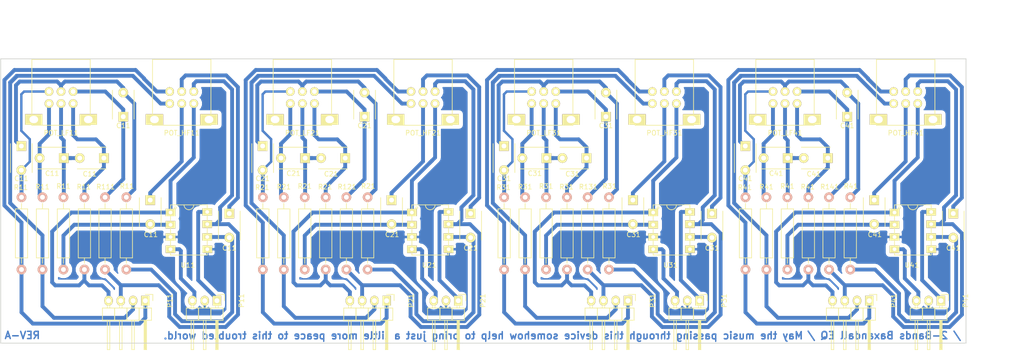
<source format=kicad_pcb>
(kicad_pcb (version 4) (host pcbnew 4.0.7)
  (title_block (title "2-Bands Baxandall EQ") (date 2016-05-19) (rev REV1) (company D&D))
  (layers (0 F.Cu signal) (31 B.Cu signal) (34 B.Paste user) (35 F.Paste user) (36 B.SilkS user) (37 F.SilkS user) (38 B.Mask user) (39 F.Mask user) (44 Edge.Cuts user))
  (net 0 "")
  (net 1 "Net-(C1-Pad2)")
  (net 2 -15V)
  (net 3 GND)
  (net 4 +15V)
  (net 5 "Net-(C4-Pad2)")
  (net 6 /HF_L_1)
  (net 7 /HF_L_3)
  (net 8 /HF_L_2)
  (net 9 /HF_R_2)
  (net 10 /HF_R_3)
  (net 11 /HF_R_1)
  (net 12 /LF_L_1)
  (net 13 /LF_L_3)
  (net 14 /LF_L_2)
  (net 15 /LF_R_2)
  (net 16 /LF_R_3)
  (net 17 /LF_R_1)
  (module Mixer:DIP_8 (layer F.Cu) (at 52.188 66.709)
    (fp_text reference U11 (at 3.6 1.1) (layer F.SilkS))
    (fp_text value OP275)
    (pad 6 thru_hole rect (at 7.6 -4.74) (size 2 1.524) (drill 0.765) (layers *.Cu *.Mask F.SilkS) (net 5 "Net-(C4-Pad2)"))
    (pad 8 thru_hole rect (at 7.6 -9.94) (size 2 1.524) (drill 0.765) (layers *.Cu *.Mask F.SilkS) (net 4 +15V))
    (pad 7 thru_hole rect (at 7.6 -7.4) (size 2 1.524) (drill 0.765) (layers *.Cu *.Mask F.SilkS) (net 8 /HF_L_2))
    (pad 1 thru_hole rect (at 0 -9.82) (size 2 1.524) (drill 0.765) (layers *.Cu *.Mask F.SilkS) (net 9 /HF_R_2))
    (pad 2 thru_hole rect (at 0 -7.28) (size 2 1.524) (drill 0.765) (layers *.Cu *.Mask F.SilkS) (net 1 "Net-(C1-Pad2)"))
    (pad 3 thru_hole rect (at 0 -4.74) (size 2 1.524) (drill 0.765) (layers *.Cu *.Mask F.SilkS) (net 3 GND))
    (pad 4 thru_hole rect (at 0 -2.2) (size 2 1.524) (drill 0.765) (layers *.Cu *.Mask F.SilkS) (net 2 -15V))
    (pad 5 thru_hole rect (at 7.62 -2.2) (size 2 1.524) (drill 0.765) (layers *.Cu *.Mask F.SilkS) (net 3 GND))
  )
  (module Resistors_ThroughHole:Resistor_Horizontal_RM15mm (layer F.Cu) (at 179.9938 68.721 90)
    (fp_text reference R41 (at 17.272 0 180) (layer F.SilkS))
    (fp_text value 24k)
    (pad 1 thru_hole circle (at 0 0 90) (size 1.99898 1.99898) (drill 1.00076) (layers *.Cu *.SilkS *.Mask) (net 1 "Net-(C1-Pad2)"))
    (pad 2 thru_hole circle (at 15 0 90) (size 1.99898 1.99898) (drill 1.00076) (layers *.Cu *.SilkS *.Mask) (net 16 /LF_R_3))
  )
  (module Resistors_ThroughHole:Resistor_Horizontal_RM15mm (layer F.Cu) (at 129.9938 68.721 90)
    (fp_text reference R31 (at 17.272 0 180) (layer F.SilkS))
    (fp_text value 24k)
    (pad 1 thru_hole circle (at 0 0 90) (size 1.99898 1.99898) (drill 1.00076) (layers *.Cu *.SilkS *.Mask) (net 1 "Net-(C1-Pad2)"))
    (pad 2 thru_hole circle (at 15 0 90) (size 1.99898 1.99898) (drill 1.00076) (layers *.Cu *.SilkS *.Mask) (net 16 /LF_R_3))
  )
  (module Resistors_ThroughHole:Resistor_Horizontal_RM15mm (layer F.Cu) (at 79.9938 68.721 90)
    (fp_text reference R21 (at 17.272 0 180) (layer F.SilkS))
    (fp_text value 24k)
    (pad 1 thru_hole circle (at 0 0 90) (size 1.99898 1.99898) (drill 1.00076) (layers *.Cu *.SilkS *.Mask) (net 1 "Net-(C1-Pad2)"))
    (pad 2 thru_hole circle (at 15 0 90) (size 1.99898 1.99898) (drill 1.00076) (layers *.Cu *.SilkS *.Mask) (net 16 /LF_R_3))
  )
  (module Resistors_ThroughHole:Resistor_Horizontal_RM15mm (layer F.Cu) (at 184.3372 68.721 90)
    (fp_text reference R41 (at 17.151001 -0.127 180) (layer F.SilkS))
    (fp_text value 5.1k)
    (pad 1 thru_hole circle (at 0 0 90) (size 1.99898 1.99898) (drill 1.00076) (layers *.Cu *.SilkS *.Mask) (net 9 /HF_R_2))
    (pad 2 thru_hole circle (at 15 0 90) (size 1.99898 1.99898) (drill 1.00076) (layers *.Cu *.SilkS *.Mask) (net 15 /LF_R_2))
  )
  (module Resistors_ThroughHole:Resistor_Horizontal_RM15mm (layer F.Cu) (at 134.3372 68.721 90)
    (fp_text reference R31 (at 17.151001 -0.127 180) (layer F.SilkS))
    (fp_text value 5.1k)
    (pad 1 thru_hole circle (at 0 0 90) (size 1.99898 1.99898) (drill 1.00076) (layers *.Cu *.SilkS *.Mask) (net 9 /HF_R_2))
    (pad 2 thru_hole circle (at 15 0 90) (size 1.99898 1.99898) (drill 1.00076) (layers *.Cu *.SilkS *.Mask) (net 15 /LF_R_2))
  )
  (module Resistors_ThroughHole:Resistor_Horizontal_RM15mm (layer F.Cu) (at 84.3372 68.721 90)
    (fp_text reference R21 (at 17.151001 -0.127 180) (layer F.SilkS))
    (fp_text value 5.1k)
    (pad 1 thru_hole circle (at 0 0 90) (size 1.99898 1.99898) (drill 1.00076) (layers *.Cu *.SilkS *.Mask) (net 9 /HF_R_2))
    (pad 2 thru_hole circle (at 15 0 90) (size 1.99898 1.99898) (drill 1.00076) (layers *.Cu *.SilkS *.Mask) (net 15 /LF_R_2))
  )
  (module Resistors_ThroughHole:Resistor_Horizontal_RM15mm (layer F.Cu) (at 175.6504 53.721 270)
    (fp_text reference R41 (at -2.151001 0 360) (layer F.SilkS))
    (fp_text value 5.1k)
    (pad 1 thru_hole circle (at 0 0 270) (size 1.99898 1.99898) (drill 1.00076) (layers *.Cu *.SilkS *.Mask) (net 17 /LF_R_1))
    (pad 2 thru_hole circle (at 15 0 270) (size 1.99898 1.99898) (drill 1.00076) (layers *.Cu *.SilkS *.Mask) (net 11 /HF_R_1))
  )
  (module Resistors_ThroughHole:Resistor_Horizontal_RM15mm (layer F.Cu) (at 125.6504 53.721 270)
    (fp_text reference R31 (at -2.151001 0 360) (layer F.SilkS))
    (fp_text value 5.1k)
    (pad 1 thru_hole circle (at 0 0 270) (size 1.99898 1.99898) (drill 1.00076) (layers *.Cu *.SilkS *.Mask) (net 17 /LF_R_1))
    (pad 2 thru_hole circle (at 15 0 270) (size 1.99898 1.99898) (drill 1.00076) (layers *.Cu *.SilkS *.Mask) (net 11 /HF_R_1))
  )
  (module Resistors_ThroughHole:Resistor_Horizontal_RM15mm (layer F.Cu) (at 75.6504 53.721 270)
    (fp_text reference R21 (at -2.151001 0 360) (layer F.SilkS))
    (fp_text value 5.1k)
    (pad 1 thru_hole circle (at 0 0 270) (size 1.99898 1.99898) (drill 1.00076) (layers *.Cu *.SilkS *.Mask) (net 17 /LF_R_1))
    (pad 2 thru_hole circle (at 15 0 270) (size 1.99898 1.99898) (drill 1.00076) (layers *.Cu *.SilkS *.Mask) (net 11 /HF_R_1))
  )
  (module Resistors_ThroughHole:Resistor_Horizontal_RM15mm (layer F.Cu) (at 171.307 53.721 270)
    (fp_text reference R41 (at -2.032 0.127 360) (layer F.SilkS))
    (fp_text value 5.1k)
    (pad 1 thru_hole circle (at 0 0 270) (size 1.99898 1.99898) (drill 1.00076) (layers *.Cu *.SilkS *.Mask) (net 12 /LF_L_1))
    (pad 2 thru_hole circle (at 15 0 270) (size 1.99898 1.99898) (drill 1.00076) (layers *.Cu *.SilkS *.Mask) (net 6 /HF_L_1))
  )
  (module Resistors_ThroughHole:Resistor_Horizontal_RM15mm (layer F.Cu) (at 121.307 53.721 270)
    (fp_text reference R31 (at -2.032 0.127 360) (layer F.SilkS))
    (fp_text value 5.1k)
    (pad 1 thru_hole circle (at 0 0 270) (size 1.99898 1.99898) (drill 1.00076) (layers *.Cu *.SilkS *.Mask) (net 12 /LF_L_1))
    (pad 2 thru_hole circle (at 15 0 270) (size 1.99898 1.99898) (drill 1.00076) (layers *.Cu *.SilkS *.Mask) (net 6 /HF_L_1))
  )
  (module Resistors_ThroughHole:Resistor_Horizontal_RM15mm (layer F.Cu) (at 71.307 53.721 270)
    (fp_text reference R21 (at -2.032 0.127 360) (layer F.SilkS))
    (fp_text value 5.1k)
    (pad 1 thru_hole circle (at 0 0 270) (size 1.99898 1.99898) (drill 1.00076) (layers *.Cu *.SilkS *.Mask) (net 12 /LF_L_1))
    (pad 2 thru_hole circle (at 15 0 270) (size 1.99898 1.99898) (drill 1.00076) (layers *.Cu *.SilkS *.Mask) (net 6 /HF_L_1))
  )
  (module Resistors_ThroughHole:Resistor_Horizontal_RM15mm (layer F.Cu) (at 188.61591 68.721 90)
    (fp_text reference R141 (at 17.159 0.127 180) (layer F.SilkS))
    (fp_text value 5.1k)
    (pad 1 thru_hole circle (at 0 0 90) (size 1.99898 1.99898) (drill 1.00076) (layers *.Cu *.SilkS *.Mask) (net 8 /HF_L_2))
    (pad 2 thru_hole circle (at 15 0 90) (size 1.99898 1.99898) (drill 1.00076) (layers *.Cu *.SilkS *.Mask) (net 14 /LF_L_2))
  )
  (module Resistors_ThroughHole:Resistor_Horizontal_RM15mm (layer F.Cu) (at 138.61591 68.721 90)
    (fp_text reference R131 (at 17.159 0.127 180) (layer F.SilkS))
    (fp_text value 5.1k)
    (pad 1 thru_hole circle (at 0 0 90) (size 1.99898 1.99898) (drill 1.00076) (layers *.Cu *.SilkS *.Mask) (net 8 /HF_L_2))
    (pad 2 thru_hole circle (at 15 0 90) (size 1.99898 1.99898) (drill 1.00076) (layers *.Cu *.SilkS *.Mask) (net 14 /LF_L_2))
  )
  (module Resistors_ThroughHole:Resistor_Horizontal_RM15mm (layer F.Cu) (at 88.61591 68.721 90)
    (fp_text reference R121 (at 17.159 0.127 180) (layer F.SilkS))
    (fp_text value 5.1k)
    (pad 1 thru_hole circle (at 0 0 90) (size 1.99898 1.99898) (drill 1.00076) (layers *.Cu *.SilkS *.Mask) (net 8 /HF_L_2))
    (pad 2 thru_hole circle (at 15 0 90) (size 1.99898 1.99898) (drill 1.00076) (layers *.Cu *.SilkS *.Mask) (net 14 /LF_L_2))
  )
  (module Resistors_ThroughHole:Resistor_Horizontal_RM15mm (layer F.Cu) (at 193.024 68.721 90)
    (fp_text reference R41 (at 17.286 0.127 180) (layer F.SilkS))
    (fp_text value 24k)
    (pad 1 thru_hole circle (at 0 0 90) (size 1.99898 1.99898) (drill 1.00076) (layers *.Cu *.SilkS *.Mask) (net 5 "Net-(C4-Pad2)"))
    (pad 2 thru_hole circle (at 15 0 90) (size 1.99898 1.99898) (drill 1.00076) (layers *.Cu *.SilkS *.Mask) (net 13 /LF_L_3))
  )
  (module Resistors_ThroughHole:Resistor_Horizontal_RM15mm (layer F.Cu) (at 143.024 68.721 90)
    (fp_text reference R31 (at 17.286 0.127 180) (layer F.SilkS))
    (fp_text value 24k)
    (pad 1 thru_hole circle (at 0 0 90) (size 1.99898 1.99898) (drill 1.00076) (layers *.Cu *.SilkS *.Mask) (net 5 "Net-(C4-Pad2)"))
    (pad 2 thru_hole circle (at 15 0 90) (size 1.99898 1.99898) (drill 1.00076) (layers *.Cu *.SilkS *.Mask) (net 13 /LF_L_3))
  )
  (module Resistors_ThroughHole:Resistor_Horizontal_RM15mm (layer F.Cu) (at 93.024 68.721 90)
    (fp_text reference R21 (at 17.286 0.127 180) (layer F.SilkS))
    (fp_text value 24k)
    (pad 1 thru_hole circle (at 0 0 90) (size 1.99898 1.99898) (drill 1.00076) (layers *.Cu *.SilkS *.Mask) (net 5 "Net-(C4-Pad2)"))
    (pad 2 thru_hole circle (at 15 0 90) (size 1.99898 1.99898) (drill 1.00076) (layers *.Cu *.SilkS *.Mask) (net 13 /LF_L_3))
  )
  (module Pin_Headers:Pin_Header_Angled_1x03 (layer F.Cu) (at 211.8 75.184 270)
    (fp_text reference P41 (at 0 -5.1 270) (layer F.SilkS))
    (fp_text value CONN_01X03)
    (pad 1 thru_hole rect (at 0 0 270) (size 2.032 1.7272) (drill 1.016) (layers *.Cu *.Mask F.SilkS) (net 4 +15V))
    (pad 2 thru_hole oval (at 0 2.54 270) (size 2.032 1.7272) (drill 1.016) (layers *.Cu *.Mask F.SilkS) (net 3 GND))
    (pad 3 thru_hole oval (at 0 5.08 270) (size 2.032 1.7272) (drill 1.016) (layers *.Cu *.Mask F.SilkS) (net 2 -15V))
  )
  (module Pin_Headers:Pin_Header_Angled_1x03 (layer F.Cu) (at 161.8 75.184 270)
    (fp_text reference P31 (at 0 -5.1 270) (layer F.SilkS))
    (fp_text value CONN_01X03)
    (pad 1 thru_hole rect (at 0 0 270) (size 2.032 1.7272) (drill 1.016) (layers *.Cu *.Mask F.SilkS) (net 4 +15V))
    (pad 2 thru_hole oval (at 0 2.54 270) (size 2.032 1.7272) (drill 1.016) (layers *.Cu *.Mask F.SilkS) (net 3 GND))
    (pad 3 thru_hole oval (at 0 5.08 270) (size 2.032 1.7272) (drill 1.016) (layers *.Cu *.Mask F.SilkS) (net 2 -15V))
  )
  (module Pin_Headers:Pin_Header_Angled_1x03 (layer F.Cu) (at 111.8 75.184 270)
    (fp_text reference P21 (at 0 -5.1 270) (layer F.SilkS))
    (fp_text value CONN_01X03)
    (pad 1 thru_hole rect (at 0 0 270) (size 2.032 1.7272) (drill 1.016) (layers *.Cu *.Mask F.SilkS) (net 4 +15V))
    (pad 2 thru_hole oval (at 0 2.54 270) (size 2.032 1.7272) (drill 1.016) (layers *.Cu *.Mask F.SilkS) (net 3 GND))
    (pad 3 thru_hole oval (at 0 5.08 270) (size 2.032 1.7272) (drill 1.016) (layers *.Cu *.Mask F.SilkS) (net 2 -15V))
  )
  (module Capacitors_ThroughHole:C_Disc_D6_P5 (layer F.Cu) (at 214.36 57.103 270)
    (fp_text reference C41 (at 7.159 0 360) (layer F.SilkS))
    (fp_text value 1n)
    (pad 1 thru_hole rect (at 0 0 270) (size 2 2) (drill 1) (layers *.Cu *.Mask F.SilkS) (net 7 /HF_L_3))
    (pad 2 thru_hole circle (at 5 0 270) (size 2 2) (drill 1) (layers *.Cu *.Mask F.SilkS) (net 5 "Net-(C4-Pad2)"))
  )
  (module Capacitors_ThroughHole:C_Disc_D6_P5 (layer F.Cu) (at 164.36 57.103 270)
    (fp_text reference C31 (at 7.159 0 360) (layer F.SilkS))
    (fp_text value 1n)
    (pad 1 thru_hole rect (at 0 0 270) (size 2 2) (drill 1) (layers *.Cu *.Mask F.SilkS) (net 7 /HF_L_3))
    (pad 2 thru_hole circle (at 5 0 270) (size 2 2) (drill 1) (layers *.Cu *.Mask F.SilkS) (net 5 "Net-(C4-Pad2)"))
  )
  (module Capacitors_ThroughHole:C_Disc_D6_P5 (layer F.Cu) (at 114.36 57.103 270)
    (fp_text reference C21 (at 7.159 0 360) (layer F.SilkS))
    (fp_text value 1n)
    (pad 1 thru_hole rect (at 0 0 270) (size 2 2) (drill 1) (layers *.Cu *.Mask F.SilkS) (net 7 /HF_L_3))
    (pad 2 thru_hole circle (at 5 0 270) (size 2 2) (drill 1) (layers *.Cu *.Mask F.SilkS) (net 5 "Net-(C4-Pad2)"))
  )
  (module Capacitors_ThroughHole:C_Disc_D6_P5 (layer F.Cu) (at 197.977 54.309 270)
    (fp_text reference C41 (at 7.159 -0.127 360) (layer F.SilkS))
    (fp_text value 1n)
    (pad 1 thru_hole rect (at 0 0 270) (size 2 2) (drill 1) (layers *.Cu *.Mask F.SilkS) (net 10 /HF_R_3))
    (pad 2 thru_hole circle (at 5 0 270) (size 2 2) (drill 1) (layers *.Cu *.Mask F.SilkS) (net 1 "Net-(C1-Pad2)"))
  )
  (module Capacitors_ThroughHole:C_Disc_D6_P5 (layer F.Cu) (at 147.977 54.309 270)
    (fp_text reference C31 (at 7.159 -0.127 360) (layer F.SilkS))
    (fp_text value 1n)
    (pad 1 thru_hole rect (at 0 0 270) (size 2 2) (drill 1) (layers *.Cu *.Mask F.SilkS) (net 10 /HF_R_3))
    (pad 2 thru_hole circle (at 5 0 270) (size 2 2) (drill 1) (layers *.Cu *.Mask F.SilkS) (net 1 "Net-(C1-Pad2)"))
  )
  (module Capacitors_ThroughHole:C_Disc_D6_P5 (layer F.Cu) (at 97.977 54.309 270)
    (fp_text reference C21 (at 7.159 -0.127 360) (layer F.SilkS))
    (fp_text value 1n)
    (pad 1 thru_hole rect (at 0 0 270) (size 2 2) (drill 1) (layers *.Cu *.Mask F.SilkS) (net 10 /HF_R_3))
    (pad 2 thru_hole circle (at 5 0 270) (size 2 2) (drill 1) (layers *.Cu *.Mask F.SilkS) (net 1 "Net-(C1-Pad2)"))
  )
  (module Pin_Headers:Pin_Header_Angled_1x04 (layer F.Cu) (at 196.961 75.184 270)
    (fp_text reference P41 (at 0 -5.1 270) (layer F.SilkS))
    (fp_text value CONN_01X04)
    (pad 1 thru_hole rect (at 0 0 270) (size 2.032 1.7272) (drill 1.016) (layers *.Cu *.Mask F.SilkS) (net 6 /HF_L_1))
    (pad 2 thru_hole oval (at 0 2.54 270) (size 2.032 1.7272) (drill 1.016) (layers *.Cu *.Mask F.SilkS) (net 11 /HF_R_1))
    (pad 3 thru_hole oval (at 0 5.08 270) (size 2.032 1.7272) (drill 1.016) (layers *.Cu *.Mask F.SilkS) (net 8 /HF_L_2))
    (pad 4 thru_hole oval (at 0 7.62 270) (size 2.032 1.7272) (drill 1.016) (layers *.Cu *.Mask F.SilkS) (net 9 /HF_R_2))
  )
  (module Pin_Headers:Pin_Header_Angled_1x04 (layer F.Cu) (at 146.961 75.184 270)
    (fp_text reference P31 (at 0 -5.1 270) (layer F.SilkS))
    (fp_text value CONN_01X04)
    (pad 1 thru_hole rect (at 0 0 270) (size 2.032 1.7272) (drill 1.016) (layers *.Cu *.Mask F.SilkS) (net 6 /HF_L_1))
    (pad 2 thru_hole oval (at 0 2.54 270) (size 2.032 1.7272) (drill 1.016) (layers *.Cu *.Mask F.SilkS) (net 11 /HF_R_1))
    (pad 3 thru_hole oval (at 0 5.08 270) (size 2.032 1.7272) (drill 1.016) (layers *.Cu *.Mask F.SilkS) (net 8 /HF_L_2))
    (pad 4 thru_hole oval (at 0 7.62 270) (size 2.032 1.7272) (drill 1.016) (layers *.Cu *.Mask F.SilkS) (net 9 /HF_R_2))
  )
  (module Pin_Headers:Pin_Header_Angled_1x04 (layer F.Cu) (at 96.961 75.184 270)
    (fp_text reference P21 (at 0 -5.1 270) (layer F.SilkS))
    (fp_text value CONN_01X04)
    (pad 1 thru_hole rect (at 0 0 270) (size 2.032 1.7272) (drill 1.016) (layers *.Cu *.Mask F.SilkS) (net 6 /HF_L_1))
    (pad 2 thru_hole oval (at 0 2.54 270) (size 2.032 1.7272) (drill 1.016) (layers *.Cu *.Mask F.SilkS) (net 11 /HF_R_1))
    (pad 3 thru_hole oval (at 0 5.08 270) (size 2.032 1.7272) (drill 1.016) (layers *.Cu *.Mask F.SilkS) (net 8 /HF_L_2))
    (pad 4 thru_hole oval (at 0 7.62 270) (size 2.032 1.7272) (drill 1.016) (layers *.Cu *.Mask F.SilkS) (net 9 /HF_R_2))
  )
  (module Mixer:DIP_8 (layer F.Cu) (at 202.188 66.709)
    (fp_text reference U41 (at 3.6 1.1) (layer F.SilkS))
    (fp_text value OP275)
    (pad 6 thru_hole rect (at 7.6 -4.74) (size 2 1.524) (drill 0.765) (layers *.Cu *.Mask F.SilkS) (net 5 "Net-(C4-Pad2)"))
    (pad 8 thru_hole rect (at 7.6 -9.94) (size 2 1.524) (drill 0.765) (layers *.Cu *.Mask F.SilkS) (net 4 +15V))
    (pad 7 thru_hole rect (at 7.6 -7.4) (size 2 1.524) (drill 0.765) (layers *.Cu *.Mask F.SilkS) (net 8 /HF_L_2))
    (pad 1 thru_hole rect (at 0 -9.82) (size 2 1.524) (drill 0.765) (layers *.Cu *.Mask F.SilkS) (net 9 /HF_R_2))
    (pad 2 thru_hole rect (at 0 -7.28) (size 2 1.524) (drill 0.765) (layers *.Cu *.Mask F.SilkS) (net 1 "Net-(C1-Pad2)"))
    (pad 3 thru_hole rect (at 0 -4.74) (size 2 1.524) (drill 0.765) (layers *.Cu *.Mask F.SilkS) (net 3 GND))
    (pad 4 thru_hole rect (at 0 -2.2) (size 2 1.524) (drill 0.765) (layers *.Cu *.Mask F.SilkS) (net 2 -15V))
    (pad 5 thru_hole rect (at 7.62 -2.2) (size 2 1.524) (drill 0.765) (layers *.Cu *.Mask F.SilkS) (net 3 GND))
  )
  (module Mixer:DIP_8 (layer F.Cu) (at 152.188 66.709)
    (fp_text reference U31 (at 3.6 1.1) (layer F.SilkS))
    (fp_text value OP275)
    (pad 6 thru_hole rect (at 7.6 -4.74) (size 2 1.524) (drill 0.765) (layers *.Cu *.Mask F.SilkS) (net 5 "Net-(C4-Pad2)"))
    (pad 8 thru_hole rect (at 7.6 -9.94) (size 2 1.524) (drill 0.765) (layers *.Cu *.Mask F.SilkS) (net 4 +15V))
    (pad 7 thru_hole rect (at 7.6 -7.4) (size 2 1.524) (drill 0.765) (layers *.Cu *.Mask F.SilkS) (net 8 /HF_L_2))
    (pad 1 thru_hole rect (at 0 -9.82) (size 2 1.524) (drill 0.765) (layers *.Cu *.Mask F.SilkS) (net 9 /HF_R_2))
    (pad 2 thru_hole rect (at 0 -7.28) (size 2 1.524) (drill 0.765) (layers *.Cu *.Mask F.SilkS) (net 1 "Net-(C1-Pad2)"))
    (pad 3 thru_hole rect (at 0 -4.74) (size 2 1.524) (drill 0.765) (layers *.Cu *.Mask F.SilkS) (net 3 GND))
    (pad 4 thru_hole rect (at 0 -2.2) (size 2 1.524) (drill 0.765) (layers *.Cu *.Mask F.SilkS) (net 2 -15V))
    (pad 5 thru_hole rect (at 7.62 -2.2) (size 2 1.524) (drill 0.765) (layers *.Cu *.Mask F.SilkS) (net 3 GND))
  )
  (module Mixer:DIP_8 (layer F.Cu) (at 102.188 66.709)
    (fp_text reference U21 (at 3.6 1.1) (layer F.SilkS))
    (fp_text value OP275)
    (pad 6 thru_hole rect (at 7.6 -4.74) (size 2 1.524) (drill 0.765) (layers *.Cu *.Mask F.SilkS) (net 5 "Net-(C4-Pad2)"))
    (pad 8 thru_hole rect (at 7.6 -9.94) (size 2 1.524) (drill 0.765) (layers *.Cu *.Mask F.SilkS) (net 4 +15V))
    (pad 7 thru_hole rect (at 7.6 -7.4) (size 2 1.524) (drill 0.765) (layers *.Cu *.Mask F.SilkS) (net 8 /HF_L_2))
    (pad 1 thru_hole rect (at 0 -9.82) (size 2 1.524) (drill 0.765) (layers *.Cu *.Mask F.SilkS) (net 9 /HF_R_2))
    (pad 2 thru_hole rect (at 0 -7.28) (size 2 1.524) (drill 0.765) (layers *.Cu *.Mask F.SilkS) (net 1 "Net-(C1-Pad2)"))
    (pad 3 thru_hole rect (at 0 -4.74) (size 2 1.524) (drill 0.765) (layers *.Cu *.Mask F.SilkS) (net 3 GND))
    (pad 4 thru_hole rect (at 0 -2.2) (size 2 1.524) (drill 0.765) (layers *.Cu *.Mask F.SilkS) (net 2 -15V))
    (pad 5 thru_hole rect (at 7.62 -2.2) (size 2 1.524) (drill 0.765) (layers *.Cu *.Mask F.SilkS) (net 3 GND))
  )
  (module Capacitors_ThroughHole:C_Disc_D6_P5 (layer F.Cu) (at 192.389 37.004 90)
    (fp_text reference C41 (at -1.858 0 180) (layer F.SilkS))
    (fp_text value 100n)
    (pad 1 thru_hole rect (at 0 0 90) (size 2 2) (drill 1) (layers *.Cu *.Mask F.SilkS) (net 14 /LF_L_2))
    (pad 2 thru_hole circle (at 5 0 90) (size 2 2) (drill 1) (layers *.Cu *.Mask F.SilkS) (net 13 /LF_L_3))
  )
  (module Capacitors_ThroughHole:C_Disc_D6_P5 (layer F.Cu) (at 142.389 37.004 90)
    (fp_text reference C31 (at -1.858 0 180) (layer F.SilkS))
    (fp_text value 100n)
    (pad 1 thru_hole rect (at 0 0 90) (size 2 2) (drill 1) (layers *.Cu *.Mask F.SilkS) (net 14 /LF_L_2))
    (pad 2 thru_hole circle (at 5 0 90) (size 2 2) (drill 1) (layers *.Cu *.Mask F.SilkS) (net 13 /LF_L_3))
  )
  (module Capacitors_ThroughHole:C_Disc_D6_P5 (layer F.Cu) (at 92.389 37.004 90)
    (fp_text reference C21 (at -1.858 0 180) (layer F.SilkS))
    (fp_text value 100n)
    (pad 1 thru_hole rect (at 0 0 90) (size 2 2) (drill 1) (layers *.Cu *.Mask F.SilkS) (net 14 /LF_L_2))
    (pad 2 thru_hole circle (at 5 0 90) (size 2 2) (drill 1) (layers *.Cu *.Mask F.SilkS) (net 13 /LF_L_3))
  )
  (module Capacitors_ThroughHole:C_Disc_D6_P5 (layer F.Cu) (at 171.27 43.1 270)
    (fp_text reference C41 (at 6.731 0 360) (layer F.SilkS))
    (fp_text value 100n)
    (pad 1 thru_hole rect (at 0 0 270) (size 2 2) (drill 1) (layers *.Cu *.Mask F.SilkS) (net 13 /LF_L_3))
    (pad 2 thru_hole circle (at 5 0 270) (size 2 2) (drill 1) (layers *.Cu *.Mask F.SilkS) (net 12 /LF_L_1))
  )
  (module Capacitors_ThroughHole:C_Disc_D6_P5 (layer F.Cu) (at 121.27 43.1 270)
    (fp_text reference C31 (at 6.731 0 360) (layer F.SilkS))
    (fp_text value 100n)
    (pad 1 thru_hole rect (at 0 0 270) (size 2 2) (drill 1) (layers *.Cu *.Mask F.SilkS) (net 13 /LF_L_3))
    (pad 2 thru_hole circle (at 5 0 270) (size 2 2) (drill 1) (layers *.Cu *.Mask F.SilkS) (net 12 /LF_L_1))
  )
  (module Capacitors_ThroughHole:C_Disc_D6_P5 (layer F.Cu) (at 71.27 43.1 270)
    (fp_text reference C21 (at 6.731 0 360) (layer F.SilkS))
    (fp_text value 100n)
    (pad 1 thru_hole rect (at 0 0 270) (size 2 2) (drill 1) (layers *.Cu *.Mask F.SilkS) (net 13 /LF_L_3))
    (pad 2 thru_hole circle (at 5 0 270) (size 2 2) (drill 1) (layers *.Cu *.Mask F.SilkS) (net 12 /LF_L_1))
  )
  (module Capacitors_ThroughHole:C_Disc_D6_P5 (layer F.Cu) (at 188.372 45.593 180)
    (fp_text reference C41 (at 2.921 -3.302 360) (layer F.SilkS))
    (fp_text value 100n)
    (pad 1 thru_hole rect (at 0 0 180) (size 2 2) (drill 1) (layers *.Cu *.Mask F.SilkS) (net 15 /LF_R_2))
    (pad 2 thru_hole circle (at 5 0 180) (size 2 2) (drill 1) (layers *.Cu *.Mask F.SilkS) (net 16 /LF_R_3))
  )
  (module Capacitors_ThroughHole:C_Disc_D6_P5 (layer F.Cu) (at 138.372 45.593 180)
    (fp_text reference C31 (at 2.921 -3.302 360) (layer F.SilkS))
    (fp_text value 100n)
    (pad 1 thru_hole rect (at 0 0 180) (size 2 2) (drill 1) (layers *.Cu *.Mask F.SilkS) (net 15 /LF_R_2))
    (pad 2 thru_hole circle (at 5 0 180) (size 2 2) (drill 1) (layers *.Cu *.Mask F.SilkS) (net 16 /LF_R_3))
  )
  (module Capacitors_ThroughHole:C_Disc_D6_P5 (layer F.Cu) (at 88.372 45.593 180)
    (fp_text reference C21 (at 2.921 -3.302 360) (layer F.SilkS))
    (fp_text value 100n)
    (pad 1 thru_hole rect (at 0 0 180) (size 2 2) (drill 1) (layers *.Cu *.Mask F.SilkS) (net 15 /LF_R_2))
    (pad 2 thru_hole circle (at 5 0 180) (size 2 2) (drill 1) (layers *.Cu *.Mask F.SilkS) (net 16 /LF_R_3))
  )
  (module Capacitors_ThroughHole:C_Disc_D6_P5 (layer F.Cu) (at 180.07 45.593 180)
    (fp_text reference C41 (at 2.413 -3.175 360) (layer F.SilkS))
    (fp_text value 100n)
    (pad 1 thru_hole rect (at 0 0 180) (size 2 2) (drill 1) (layers *.Cu *.Mask F.SilkS) (net 16 /LF_R_3))
    (pad 2 thru_hole circle (at 5 0 180) (size 2 2) (drill 1) (layers *.Cu *.Mask F.SilkS) (net 17 /LF_R_1))
  )
  (module Capacitors_ThroughHole:C_Disc_D6_P5 (layer F.Cu) (at 130.07 45.593 180)
    (fp_text reference C31 (at 2.413 -3.175 360) (layer F.SilkS))
    (fp_text value 100n)
    (pad 1 thru_hole rect (at 0 0 180) (size 2 2) (drill 1) (layers *.Cu *.Mask F.SilkS) (net 16 /LF_R_3))
    (pad 2 thru_hole circle (at 5 0 180) (size 2 2) (drill 1) (layers *.Cu *.Mask F.SilkS) (net 17 /LF_R_1))
  )
  (module Capacitors_ThroughHole:C_Disc_D6_P5 (layer F.Cu) (at 80.07 45.593 180)
    (fp_text reference C21 (at 2.413 -3.175 360) (layer F.SilkS))
    (fp_text value 100n)
    (pad 1 thru_hole rect (at 0 0 180) (size 2 2) (drill 1) (layers *.Cu *.Mask F.SilkS) (net 16 /LF_R_3))
    (pad 2 thru_hole circle (at 5 0 180) (size 2 2) (drill 1) (layers *.Cu *.Mask F.SilkS) (net 17 /LF_R_1))
  )
  (module Capacitors_ThroughHole:C_Disc_D6_P5 (layer F.Cu) (at 38.372 45.593 180)
    (fp_text reference C11 (at 2.921 -3.302 360) (layer F.SilkS))
    (fp_text value 100n)
    (pad 1 thru_hole rect (at 0 0 180) (size 2 2) (drill 1) (layers *.Cu *.Mask F.SilkS) (net 15 /LF_R_2))
    (pad 2 thru_hole circle (at 5 0 180) (size 2 2) (drill 1) (layers *.Cu *.Mask F.SilkS) (net 16 /LF_R_3))
  )
  (module Capacitors_ThroughHole:C_Disc_D6_P5 (layer F.Cu) (at 47.977 54.309 270)
    (fp_text reference C11 (at 7.159 -0.127 360) (layer F.SilkS))
    (fp_text value 1n)
    (pad 1 thru_hole rect (at 0 0 270) (size 2 2) (drill 1) (layers *.Cu *.Mask F.SilkS) (net 10 /HF_R_3))
    (pad 2 thru_hole circle (at 5 0 270) (size 2 2) (drill 1) (layers *.Cu *.Mask F.SilkS) (net 1 "Net-(C1-Pad2)"))
  )
  (module Capacitors_ThroughHole:C_Disc_D6_P5 (layer F.Cu) (at 30.07 45.593 180)
    (fp_text reference C11 (at 2.413 -3.175 360) (layer F.SilkS))
    (fp_text value 100n)
    (pad 1 thru_hole rect (at 0 0 180) (size 2 2) (drill 1) (layers *.Cu *.Mask F.SilkS) (net 16 /LF_R_3))
    (pad 2 thru_hole circle (at 5 0 180) (size 2 2) (drill 1) (layers *.Cu *.Mask F.SilkS) (net 17 /LF_R_1))
  )
  (module Capacitors_ThroughHole:C_Disc_D6_P5 (layer F.Cu) (at 64.36 57.103 270)
    (fp_text reference C11 (at 7.159 0 360) (layer F.SilkS))
    (fp_text value 1n)
    (pad 1 thru_hole rect (at 0 0 270) (size 2 2) (drill 1) (layers *.Cu *.Mask F.SilkS) (net 7 /HF_L_3))
    (pad 2 thru_hole circle (at 5 0 270) (size 2 2) (drill 1) (layers *.Cu *.Mask F.SilkS) (net 5 "Net-(C4-Pad2)"))
  )
  (module Capacitors_ThroughHole:C_Disc_D6_P5 (layer F.Cu) (at 21.27 43.1 270)
    (fp_text reference C11 (at 6.731 0 360) (layer F.SilkS))
    (fp_text value 100n)
    (pad 1 thru_hole rect (at 0 0 270) (size 2 2) (drill 1) (layers *.Cu *.Mask F.SilkS) (net 13 /LF_L_3))
    (pad 2 thru_hole circle (at 5 0 270) (size 2 2) (drill 1) (layers *.Cu *.Mask F.SilkS) (net 12 /LF_L_1))
  )
  (module Capacitors_ThroughHole:C_Disc_D6_P5 (layer F.Cu) (at 42.389 37.004 90)
    (fp_text reference C11 (at -1.858 0 180) (layer F.SilkS))
    (fp_text value 100n)
    (pad 1 thru_hole rect (at 0 0 90) (size 2 2) (drill 1) (layers *.Cu *.Mask F.SilkS) (net 14 /LF_L_2))
    (pad 2 thru_hole circle (at 5 0 90) (size 2 2) (drill 1) (layers *.Cu *.Mask F.SilkS) (net 13 /LF_L_3))
  )
  (module Resistors_ThroughHole:Resistor_Horizontal_RM15mm (layer F.Cu) (at 29.9938 68.721 90)
    (fp_text reference R11 (at 17.272 0 180) (layer F.SilkS))
    (fp_text value 24k)
    (pad 1 thru_hole circle (at 0 0 90) (size 1.99898 1.99898) (drill 1.00076) (layers *.Cu *.SilkS *.Mask) (net 1 "Net-(C1-Pad2)"))
    (pad 2 thru_hole circle (at 15 0 90) (size 1.99898 1.99898) (drill 1.00076) (layers *.Cu *.SilkS *.Mask) (net 16 /LF_R_3))
  )
  (module Resistors_ThroughHole:Resistor_Horizontal_RM15mm (layer F.Cu) (at 25.6504 53.721 270)
    (fp_text reference R11 (at -2.151001 0 360) (layer F.SilkS))
    (fp_text value 5.1k)
    (pad 1 thru_hole circle (at 0 0 270) (size 1.99898 1.99898) (drill 1.00076) (layers *.Cu *.SilkS *.Mask) (net 17 /LF_R_1))
    (pad 2 thru_hole circle (at 15 0 270) (size 1.99898 1.99898) (drill 1.00076) (layers *.Cu *.SilkS *.Mask) (net 11 /HF_R_1))
  )
  (module Resistors_ThroughHole:Resistor_Horizontal_RM15mm (layer F.Cu) (at 34.3372 68.721 90)
    (fp_text reference R11 (at 17.151001 -0.127 180) (layer F.SilkS))
    (fp_text value 5.1k)
    (pad 1 thru_hole circle (at 0 0 90) (size 1.99898 1.99898) (drill 1.00076) (layers *.Cu *.SilkS *.Mask) (net 9 /HF_R_2))
    (pad 2 thru_hole circle (at 15 0 90) (size 1.99898 1.99898) (drill 1.00076) (layers *.Cu *.SilkS *.Mask) (net 15 /LF_R_2))
  )
  (module Resistors_ThroughHole:Resistor_Horizontal_RM15mm (layer F.Cu) (at 43.024 68.721 90)
    (fp_text reference R11 (at 17.286 0.127 180) (layer F.SilkS))
    (fp_text value 24k)
    (pad 1 thru_hole circle (at 0 0 90) (size 1.99898 1.99898) (drill 1.00076) (layers *.Cu *.SilkS *.Mask) (net 5 "Net-(C4-Pad2)"))
    (pad 2 thru_hole circle (at 15 0 90) (size 1.99898 1.99898) (drill 1.00076) (layers *.Cu *.SilkS *.Mask) (net 13 /LF_L_3))
  )
  (module Resistors_ThroughHole:Resistor_Horizontal_RM15mm (layer F.Cu) (at 21.307 53.721 270)
    (fp_text reference R11 (at -2.032 0.127 360) (layer F.SilkS))
    (fp_text value 5.1k)
    (pad 1 thru_hole circle (at 0 0 270) (size 1.99898 1.99898) (drill 1.00076) (layers *.Cu *.SilkS *.Mask) (net 12 /LF_L_1))
    (pad 2 thru_hole circle (at 15 0 270) (size 1.99898 1.99898) (drill 1.00076) (layers *.Cu *.SilkS *.Mask) (net 6 /HF_L_1))
  )
  (module Resistors_ThroughHole:Resistor_Horizontal_RM15mm (layer F.Cu) (at 38.61591 68.721 90)
    (fp_text reference R111 (at 17.159 0.127 180) (layer F.SilkS))
    (fp_text value 5.1k)
    (pad 1 thru_hole circle (at 0 0 90) (size 1.99898 1.99898) (drill 1.00076) (layers *.Cu *.SilkS *.Mask) (net 8 /HF_L_2))
    (pad 2 thru_hole circle (at 15 0 90) (size 1.99898 1.99898) (drill 1.00076) (layers *.Cu *.SilkS *.Mask) (net 14 /LF_L_2))
  )
  (module Pin_Headers:Pin_Header_Angled_1x04 (layer F.Cu) (at 46.961 75.184 270)
    (fp_text reference P11 (at 0 -5.1 270) (layer F.SilkS))
    (fp_text value CONN_01X04)
    (pad 1 thru_hole rect (at 0 0 270) (size 2.032 1.7272) (drill 1.016) (layers *.Cu *.Mask F.SilkS) (net 6 /HF_L_1))
    (pad 2 thru_hole oval (at 0 2.54 270) (size 2.032 1.7272) (drill 1.016) (layers *.Cu *.Mask F.SilkS) (net 11 /HF_R_1))
    (pad 3 thru_hole oval (at 0 5.08 270) (size 2.032 1.7272) (drill 1.016) (layers *.Cu *.Mask F.SilkS) (net 8 /HF_L_2))
    (pad 4 thru_hole oval (at 0 7.62 270) (size 2.032 1.7272) (drill 1.016) (layers *.Cu *.Mask F.SilkS) (net 9 /HF_R_2))
  )
  (module Pin_Headers:Pin_Header_Angled_1x03 (layer F.Cu) (at 61.8 75.184 270)
    (fp_text reference P11 (at 0 -5.1 270) (layer F.SilkS))
    (fp_text value CONN_01X03)
    (pad 1 thru_hole rect (at 0 0 270) (size 2.032 1.7272) (drill 1.016) (layers *.Cu *.Mask F.SilkS) (net 4 +15V))
    (pad 2 thru_hole oval (at 0 2.54 270) (size 2.032 1.7272) (drill 1.016) (layers *.Cu *.Mask F.SilkS) (net 3 GND))
    (pad 3 thru_hole oval (at 0 5.08 270) (size 2.032 1.7272) (drill 1.016) (layers *.Cu *.Mask F.SilkS) (net 2 -15V))
  )
  (module potentiometers:Potentiometer_ALPS_RK09 (layer F.Cu) (at 29.5 34.29 90)
    (fp_text reference POT_LF11 (at -6.096 0 180) (layer F.SilkS))
    (fp_text value DUAL_POT)
    (pad 6 thru_hole circle (at 0 -2.5 90) (size 1.8 1.8) (drill 1) (layers *.Cu *.Mask F.SilkS) (net 17 /LF_R_1))
    (pad 3 thru_hole circle (at 2.5 -2.5 90) (size 1.8 1.8) (drill 1) (layers *.Cu *.Mask F.SilkS) (net 12 /LF_L_1))
    (pad 5 thru_hole circle (at 0 0 90) (size 1.8 1.8) (drill 1) (layers *.Cu *.Mask F.SilkS) (net 16 /LF_R_3))
    (pad 2 thru_hole circle (at 2.5 0 90) (size 1.8 1.8) (drill 1) (layers *.Cu *.Mask F.SilkS) (net 13 /LF_L_3))
    (pad 4 thru_hole circle (at 0 2.5 90) (size 1.8 1.8) (drill 1) (layers *.Cu *.Mask F.SilkS) (net 15 /LF_R_2))
    (pad 1 thru_hole circle (at 2.5 2.5 90) (size 1.8 1.8) (drill 1) (layers *.Cu *.Mask F.SilkS) (net 14 /LF_L_2))
    (pad 7 thru_hole rect (at -3.3 5.65 90) (size 2.2 3.6) (drill oval 1.5 1.8) (layers *.Cu *.Mask F.SilkS))
    (pad 7 thru_hole rect (at -3.3 -5.65 90) (size 2.2 3.6) (drill oval 1.5 1.8) (layers *.Cu *.Mask F.SilkS))
  )
  (module potentiometers:Potentiometer_ALPS_RK09 (layer F.Cu) (at 54.5 34.29 90)
    (fp_text reference POT_HF11 (at -6.096 0 180) (layer F.SilkS))
    (fp_text value DUAL_POT)
    (pad 6 thru_hole circle (at 0 -2.5 90) (size 1.8 1.8) (drill 1) (layers *.Cu *.Mask F.SilkS) (net 11 /HF_R_1))
    (pad 3 thru_hole circle (at 2.5 -2.5 90) (size 1.8 1.8) (drill 1) (layers *.Cu *.Mask F.SilkS) (net 6 /HF_L_1))
    (pad 5 thru_hole circle (at 0 0 90) (size 1.8 1.8) (drill 1) (layers *.Cu *.Mask F.SilkS) (net 10 /HF_R_3))
    (pad 2 thru_hole circle (at 2.5 0 90) (size 1.8 1.8) (drill 1) (layers *.Cu *.Mask F.SilkS) (net 7 /HF_L_3))
    (pad 4 thru_hole circle (at 0 2.5 90) (size 1.8 1.8) (drill 1) (layers *.Cu *.Mask F.SilkS) (net 9 /HF_R_2))
    (pad 1 thru_hole circle (at 2.5 2.5 90) (size 1.8 1.8) (drill 1) (layers *.Cu *.Mask F.SilkS) (net 8 /HF_L_2))
    (pad 7 thru_hole rect (at -3.3 5.65 90) (size 2.2 3.6) (drill oval 1.5 1.8) (layers *.Cu *.Mask F.SilkS))
    (pad 7 thru_hole rect (at -3.3 -5.65 90) (size 2.2 3.6) (drill oval 1.5 1.8) (layers *.Cu *.Mask F.SilkS))
  )
  (module potentiometers:Potentiometer_ALPS_RK09 (layer F.Cu) (at 79.5 34.29 90)
    (fp_text reference POT_LF21 (at -6.096 0 180) (layer F.SilkS))
    (fp_text value DUAL_POT)
    (pad 6 thru_hole circle (at 0 -2.5 90) (size 1.8 1.8) (drill 1) (layers *.Cu *.Mask F.SilkS) (net 17 /LF_R_1))
    (pad 3 thru_hole circle (at 2.5 -2.5 90) (size 1.8 1.8) (drill 1) (layers *.Cu *.Mask F.SilkS) (net 12 /LF_L_1))
    (pad 5 thru_hole circle (at 0 0 90) (size 1.8 1.8) (drill 1) (layers *.Cu *.Mask F.SilkS) (net 16 /LF_R_3))
    (pad 2 thru_hole circle (at 2.5 0 90) (size 1.8 1.8) (drill 1) (layers *.Cu *.Mask F.SilkS) (net 13 /LF_L_3))
    (pad 4 thru_hole circle (at 0 2.5 90) (size 1.8 1.8) (drill 1) (layers *.Cu *.Mask F.SilkS) (net 15 /LF_R_2))
    (pad 1 thru_hole circle (at 2.5 2.5 90) (size 1.8 1.8) (drill 1) (layers *.Cu *.Mask F.SilkS) (net 14 /LF_L_2))
    (pad 7 thru_hole rect (at -3.3 5.65 90) (size 2.2 3.6) (drill oval 1.5 1.8) (layers *.Cu *.Mask F.SilkS))
    (pad 7 thru_hole rect (at -3.3 -5.65 90) (size 2.2 3.6) (drill oval 1.5 1.8) (layers *.Cu *.Mask F.SilkS))
  )
  (module potentiometers:Potentiometer_ALPS_RK09 (layer F.Cu) (at 129.5 34.29 90)
    (fp_text reference POT_LF31 (at -6.096 0 180) (layer F.SilkS))
    (fp_text value DUAL_POT)
    (pad 6 thru_hole circle (at 0 -2.5 90) (size 1.8 1.8) (drill 1) (layers *.Cu *.Mask F.SilkS) (net 17 /LF_R_1))
    (pad 3 thru_hole circle (at 2.5 -2.5 90) (size 1.8 1.8) (drill 1) (layers *.Cu *.Mask F.SilkS) (net 12 /LF_L_1))
    (pad 5 thru_hole circle (at 0 0 90) (size 1.8 1.8) (drill 1) (layers *.Cu *.Mask F.SilkS) (net 16 /LF_R_3))
    (pad 2 thru_hole circle (at 2.5 0 90) (size 1.8 1.8) (drill 1) (layers *.Cu *.Mask F.SilkS) (net 13 /LF_L_3))
    (pad 4 thru_hole circle (at 0 2.5 90) (size 1.8 1.8) (drill 1) (layers *.Cu *.Mask F.SilkS) (net 15 /LF_R_2))
    (pad 1 thru_hole circle (at 2.5 2.5 90) (size 1.8 1.8) (drill 1) (layers *.Cu *.Mask F.SilkS) (net 14 /LF_L_2))
    (pad 7 thru_hole rect (at -3.3 5.65 90) (size 2.2 3.6) (drill oval 1.5 1.8) (layers *.Cu *.Mask F.SilkS))
    (pad 7 thru_hole rect (at -3.3 -5.65 90) (size 2.2 3.6) (drill oval 1.5 1.8) (layers *.Cu *.Mask F.SilkS))
  )
  (module potentiometers:Potentiometer_ALPS_RK09 (layer F.Cu) (at 179.5 34.29 90)
    (fp_text reference POT_LF41 (at -6.096 0 180) (layer F.SilkS))
    (fp_text value DUAL_POT)
    (pad 6 thru_hole circle (at 0 -2.5 90) (size 1.8 1.8) (drill 1) (layers *.Cu *.Mask F.SilkS) (net 17 /LF_R_1))
    (pad 3 thru_hole circle (at 2.5 -2.5 90) (size 1.8 1.8) (drill 1) (layers *.Cu *.Mask F.SilkS) (net 12 /LF_L_1))
    (pad 5 thru_hole circle (at 0 0 90) (size 1.8 1.8) (drill 1) (layers *.Cu *.Mask F.SilkS) (net 16 /LF_R_3))
    (pad 2 thru_hole circle (at 2.5 0 90) (size 1.8 1.8) (drill 1) (layers *.Cu *.Mask F.SilkS) (net 13 /LF_L_3))
    (pad 4 thru_hole circle (at 0 2.5 90) (size 1.8 1.8) (drill 1) (layers *.Cu *.Mask F.SilkS) (net 15 /LF_R_2))
    (pad 1 thru_hole circle (at 2.5 2.5 90) (size 1.8 1.8) (drill 1) (layers *.Cu *.Mask F.SilkS) (net 14 /LF_L_2))
    (pad 7 thru_hole rect (at -3.3 5.65 90) (size 2.2 3.6) (drill oval 1.5 1.8) (layers *.Cu *.Mask F.SilkS))
    (pad 7 thru_hole rect (at -3.3 -5.65 90) (size 2.2 3.6) (drill oval 1.5 1.8) (layers *.Cu *.Mask F.SilkS))
  )
  (module potentiometers:Potentiometer_ALPS_RK09 (layer F.Cu) (at 104.5 34.29 90)
    (fp_text reference POT_HF21 (at -6.096 0 180) (layer F.SilkS))
    (fp_text value DUAL_POT)
    (pad 6 thru_hole circle (at 0 -2.5 90) (size 1.8 1.8) (drill 1) (layers *.Cu *.Mask F.SilkS) (net 11 /HF_R_1))
    (pad 3 thru_hole circle (at 2.5 -2.5 90) (size 1.8 1.8) (drill 1) (layers *.Cu *.Mask F.SilkS) (net 6 /HF_L_1))
    (pad 5 thru_hole circle (at 0 0 90) (size 1.8 1.8) (drill 1) (layers *.Cu *.Mask F.SilkS) (net 10 /HF_R_3))
    (pad 2 thru_hole circle (at 2.5 0 90) (size 1.8 1.8) (drill 1) (layers *.Cu *.Mask F.SilkS) (net 7 /HF_L_3))
    (pad 4 thru_hole circle (at 0 2.5 90) (size 1.8 1.8) (drill 1) (layers *.Cu *.Mask F.SilkS) (net 9 /HF_R_2))
    (pad 1 thru_hole circle (at 2.5 2.5 90) (size 1.8 1.8) (drill 1) (layers *.Cu *.Mask F.SilkS) (net 8 /HF_L_2))
    (pad 7 thru_hole rect (at -3.3 5.65 90) (size 2.2 3.6) (drill oval 1.5 1.8) (layers *.Cu *.Mask F.SilkS))
    (pad 7 thru_hole rect (at -3.3 -5.65 90) (size 2.2 3.6) (drill oval 1.5 1.8) (layers *.Cu *.Mask F.SilkS))
  )
  (module potentiometers:Potentiometer_ALPS_RK09 (layer F.Cu) (at 154.5 34.29 90)
    (fp_text reference POT_HF31 (at -6.096 0 180) (layer F.SilkS))
    (fp_text value DUAL_POT)
    (pad 6 thru_hole circle (at 0 -2.5 90) (size 1.8 1.8) (drill 1) (layers *.Cu *.Mask F.SilkS) (net 11 /HF_R_1))
    (pad 3 thru_hole circle (at 2.5 -2.5 90) (size 1.8 1.8) (drill 1) (layers *.Cu *.Mask F.SilkS) (net 6 /HF_L_1))
    (pad 5 thru_hole circle (at 0 0 90) (size 1.8 1.8) (drill 1) (layers *.Cu *.Mask F.SilkS) (net 10 /HF_R_3))
    (pad 2 thru_hole circle (at 2.5 0 90) (size 1.8 1.8) (drill 1) (layers *.Cu *.Mask F.SilkS) (net 7 /HF_L_3))
    (pad 4 thru_hole circle (at 0 2.5 90) (size 1.8 1.8) (drill 1) (layers *.Cu *.Mask F.SilkS) (net 9 /HF_R_2))
    (pad 1 thru_hole circle (at 2.5 2.5 90) (size 1.8 1.8) (drill 1) (layers *.Cu *.Mask F.SilkS) (net 8 /HF_L_2))
    (pad 7 thru_hole rect (at -3.3 5.65 90) (size 2.2 3.6) (drill oval 1.5 1.8) (layers *.Cu *.Mask F.SilkS))
    (pad 7 thru_hole rect (at -3.3 -5.65 90) (size 2.2 3.6) (drill oval 1.5 1.8) (layers *.Cu *.Mask F.SilkS))
  )
  (module potentiometers:Potentiometer_ALPS_RK09 (layer F.Cu) (at 204.5 34.29 90)
    (fp_text reference POT_HF41 (at -6.096 0 180) (layer F.SilkS))
    (fp_text value DUAL_POT)
    (pad 6 thru_hole circle (at 0 -2.5 90) (size 1.8 1.8) (drill 1) (layers *.Cu *.Mask F.SilkS) (net 11 /HF_R_1))
    (pad 3 thru_hole circle (at 2.5 -2.5 90) (size 1.8 1.8) (drill 1) (layers *.Cu *.Mask F.SilkS) (net 6 /HF_L_1))
    (pad 5 thru_hole circle (at 0 0 90) (size 1.8 1.8) (drill 1) (layers *.Cu *.Mask F.SilkS) (net 10 /HF_R_3))
    (pad 2 thru_hole circle (at 2.5 0 90) (size 1.8 1.8) (drill 1) (layers *.Cu *.Mask F.SilkS) (net 7 /HF_L_3))
    (pad 4 thru_hole circle (at 0 2.5 90) (size 1.8 1.8) (drill 1) (layers *.Cu *.Mask F.SilkS) (net 9 /HF_R_2))
    (pad 1 thru_hole circle (at 2.5 2.5 90) (size 1.8 1.8) (drill 1) (layers *.Cu *.Mask F.SilkS) (net 8 /HF_L_2))
    (pad 7 thru_hole rect (at -3.3 5.65 90) (size 2.2 3.6) (drill oval 1.5 1.8) (layers *.Cu *.Mask F.SilkS))
    (pad 7 thru_hole rect (at -3.3 -5.65 90) (size 2.2 3.6) (drill oval 1.5 1.8) (layers *.Cu *.Mask F.SilkS))
  )
  (gr_text REV-A (at 21.48 82.36) (layer B.Cu) (effects (font (size 1.5 1.5) (thickness 0.3)) (justify mirror)))
  (gr_text "/ 2-Bands Baxandall EQ /" (at 200.05 82.4) (layer B.Cu) (effects (font (size 1.5 1.5) (thickness 0.3)) (justify mirror)))
  (gr_text "May the music passing through this device somehow help to bring just a liltle more peace to this troubled world." (at 116.99 82.43) (layer B.Cu) (effects (font (size 1.5 1.5) (thickness 0.3)) (justify mirror)))
  (gr_line (start 17 25) (end 17 84) (angle 90) (layer Edge.Cuts) (width 0.15))
  (gr_line (start 17 84) (end 217 84) (angle 90) (layer Edge.Cuts) (width 0.15))
  (gr_line (start 17 25) (end 217 25) (angle 90) (layer Edge.Cuts) (width 0.15))
  (gr_line (start 217 25) (end 217 84) (angle 90) (layer Edge.Cuts) (width 0.15))
  (segment (start 179.9938 61.6712) (end 182.236 59.429) (width 0.8) (layer B.Cu) (net 1))
  (segment (start 129.9938 61.6712) (end 132.236 59.429) (width 0.8) (layer B.Cu) (net 1))
  (segment (start 79.9938 61.6712) (end 82.236 59.429) (width 0.8) (layer B.Cu) (net 1))
  (segment (start 179.9938 68.721) (end 179.9938 61.6712) (width 0.8) (layer B.Cu) (net 1))
  (segment (start 129.9938 68.721) (end 129.9938 61.6712) (width 0.8) (layer B.Cu) (net 1))
  (segment (start 79.9938 68.721) (end 79.9938 61.6712) (width 0.8) (layer B.Cu) (net 1))
  (segment (start 182.236 59.429) (end 202.188 59.429) (width 0.8) (layer B.Cu) (net 1))
  (segment (start 132.236 59.429) (end 152.188 59.429) (width 0.8) (layer B.Cu) (net 1))
  (segment (start 82.236 59.429) (end 102.188 59.429) (width 0.8) (layer B.Cu) (net 1))
  (segment (start 29.9938 61.6712) (end 32.236 59.429) (width 0.8) (layer B.Cu) (net 1))
  (segment (start 32.236 59.429) (end 52.188 59.429) (width 0.8) (layer B.Cu) (net 1))
  (segment (start 29.9938 68.721) (end 29.9938 61.6712) (width 0.8) (layer B.Cu) (net 1))
  (segment (start 207.121 73.368) (end 207.121 75.184) (width 0.8) (layer B.Cu) (net 2))
  (segment (start 157.121 73.368) (end 157.121 75.184) (width 0.8) (layer B.Cu) (net 2))
  (segment (start 107.121 73.368) (end 107.121 75.184) (width 0.8) (layer B.Cu) (net 2))
  (segment (start 204.32 64.841) (end 204.32 70.567) (width 0.8) (layer B.Cu) (net 2))
  (segment (start 154.32 64.841) (end 154.32 70.567) (width 0.8) (layer B.Cu) (net 2))
  (segment (start 104.32 64.841) (end 104.32 70.567) (width 0.8) (layer B.Cu) (net 2))
  (segment (start 204.32 70.567) (end 207.121 73.368) (width 0.8) (layer B.Cu) (net 2))
  (segment (start 154.32 70.567) (end 157.121 73.368) (width 0.8) (layer B.Cu) (net 2))
  (segment (start 104.32 70.567) (end 107.121 73.368) (width 0.8) (layer B.Cu) (net 2))
  (segment (start 203.988 64.509) (end 204.32 64.841) (width 0.8) (layer B.Cu) (net 2))
  (segment (start 153.988 64.509) (end 154.32 64.841) (width 0.8) (layer B.Cu) (net 2))
  (segment (start 103.988 64.509) (end 104.32 64.841) (width 0.8) (layer B.Cu) (net 2))
  (segment (start 202.188 64.509) (end 203.988 64.509) (width 0.8) (layer B.Cu) (net 2))
  (segment (start 152.188 64.509) (end 153.988 64.509) (width 0.8) (layer B.Cu) (net 2))
  (segment (start 102.188 64.509) (end 103.988 64.509) (width 0.8) (layer B.Cu) (net 2))
  (segment (start 54.32 64.841) (end 54.32 70.567) (width 0.8) (layer B.Cu) (net 2))
  (segment (start 54.32 70.567) (end 57.121 73.368) (width 0.8) (layer B.Cu) (net 2))
  (segment (start 57.121 73.368) (end 57.121 75.184) (width 0.8) (layer B.Cu) (net 2))
  (segment (start 52.188 64.509) (end 53.988 64.509) (width 0.8) (layer B.Cu) (net 2))
  (segment (start 53.988 64.509) (end 54.32 64.841) (width 0.8) (layer B.Cu) (net 2))
  (segment (start 212.201 75.184) (end 212.166099 75.184) (width 0.8) (layer B.Cu) (net 4))
  (segment (start 162.201 75.184) (end 162.166099 75.184) (width 0.8) (layer B.Cu) (net 4))
  (segment (start 112.201 75.184) (end 112.166099 75.184) (width 0.8) (layer B.Cu) (net 4))
  (segment (start 212.166099 75.184) (end 207.91 70.927901) (width 0.8) (layer B.Cu) (net 4))
  (segment (start 162.166099 75.184) (end 157.91 70.927901) (width 0.8) (layer B.Cu) (net 4))
  (segment (start 112.166099 75.184) (end 107.91 70.927901) (width 0.8) (layer B.Cu) (net 4))
  (segment (start 207.91 56.847) (end 207.988 56.769) (width 0.8) (layer B.Cu) (net 4))
  (segment (start 157.91 56.847) (end 157.988 56.769) (width 0.8) (layer B.Cu) (net 4))
  (segment (start 107.91 56.847) (end 107.988 56.769) (width 0.8) (layer B.Cu) (net 4))
  (segment (start 207.988 56.769) (end 209.788 56.769) (width 0.8) (layer B.Cu) (net 4))
  (segment (start 157.988 56.769) (end 159.788 56.769) (width 0.8) (layer B.Cu) (net 4))
  (segment (start 107.988 56.769) (end 109.788 56.769) (width 0.8) (layer B.Cu) (net 4))
  (segment (start 207.91 70.927901) (end 207.91 56.847) (width 0.8) (layer B.Cu) (net 4))
  (segment (start 157.91 70.927901) (end 157.91 56.847) (width 0.8) (layer B.Cu) (net 4))
  (segment (start 107.91 70.927901) (end 107.91 56.847) (width 0.8) (layer B.Cu) (net 4))
  (segment (start 62.201 75.184) (end 62.166099 75.184) (width 0.8) (layer B.Cu) (net 4))
  (segment (start 62.166099 75.184) (end 57.91 70.927901) (width 0.8) (layer B.Cu) (net 4))
  (segment (start 57.91 70.927901) (end 57.91 56.847) (width 0.8) (layer B.Cu) (net 4))
  (segment (start 57.91 56.847) (end 57.988 56.769) (width 0.8) (layer B.Cu) (net 4))
  (segment (start 57.988 56.769) (end 59.788 56.769) (width 0.8) (layer B.Cu) (net 4))
  (segment (start 214.959991 77.585939) (end 214.959991 62.25) (width 0.8) (layer B.Cu) (net 5))
  (segment (start 164.959991 77.585939) (end 164.959991 62.25) (width 0.8) (layer B.Cu) (net 5))
  (segment (start 114.959991 77.585939) (end 114.959991 62.25) (width 0.8) (layer B.Cu) (net 5))
  (segment (start 214.507 62.25) (end 214.36 62.103) (width 0.8) (layer B.Cu) (net 5))
  (segment (start 164.507 62.25) (end 164.36 62.103) (width 0.8) (layer B.Cu) (net 5))
  (segment (start 114.507 62.25) (end 114.36 62.103) (width 0.8) (layer B.Cu) (net 5))
  (segment (start 214.959991 62.25) (end 214.507 62.25) (width 0.8) (layer B.Cu) (net 5))
  (segment (start 164.959991 62.25) (end 164.507 62.25) (width 0.8) (layer B.Cu) (net 5))
  (segment (start 114.959991 62.25) (end 114.507 62.25) (width 0.8) (layer B.Cu) (net 5))
  (segment (start 214.099 61.969) (end 209.788 61.969) (width 0.8) (layer B.Cu) (net 5))
  (segment (start 164.099 61.969) (end 159.788 61.969) (width 0.8) (layer B.Cu) (net 5))
  (segment (start 114.099 61.969) (end 109.788 61.969) (width 0.8) (layer B.Cu) (net 5))
  (segment (start 204.57006 79.44499) (end 213.10094 79.44499) (width 0.8) (layer B.Cu) (net 5))
  (segment (start 154.57006 79.44499) (end 163.10094 79.44499) (width 0.8) (layer B.Cu) (net 5))
  (segment (start 104.57006 79.44499) (end 113.10094 79.44499) (width 0.8) (layer B.Cu) (net 5))
  (segment (start 213.10094 79.44499) (end 214.959991 77.585939) (width 0.8) (layer B.Cu) (net 5))
  (segment (start 163.10094 79.44499) (end 164.959991 77.585939) (width 0.8) (layer B.Cu) (net 5))
  (segment (start 113.10094 79.44499) (end 114.959991 77.585939) (width 0.8) (layer B.Cu) (net 5))
  (segment (start 198.16407 68.721) (end 203.11401 73.67094) (width 0.8) (layer B.Cu) (net 5))
  (segment (start 148.16407 68.721) (end 153.11401 73.67094) (width 0.8) (layer B.Cu) (net 5))
  (segment (start 98.16407 68.721) (end 103.11401 73.67094) (width 0.8) (layer B.Cu) (net 5))
  (segment (start 203.11401 77.98894) (end 204.57006 79.44499) (width 0.8) (layer B.Cu) (net 5))
  (segment (start 153.11401 77.98894) (end 154.57006 79.44499) (width 0.8) (layer B.Cu) (net 5))
  (segment (start 103.11401 77.98894) (end 104.57006 79.44499) (width 0.8) (layer B.Cu) (net 5))
  (segment (start 203.11401 73.67094) (end 203.11401 77.78101) (width 0.8) (layer B.Cu) (net 5))
  (segment (start 153.11401 73.67094) (end 153.11401 77.78101) (width 0.8) (layer B.Cu) (net 5))
  (segment (start 103.11401 73.67094) (end 103.11401 77.78101) (width 0.8) (layer B.Cu) (net 5))
  (segment (start 193.024 68.721) (end 198.16407 68.721) (width 0.8) (layer B.Cu) (net 5))
  (segment (start 143.024 68.721) (end 148.16407 68.721) (width 0.8) (layer B.Cu) (net 5))
  (segment (start 93.024 68.721) (end 98.16407 68.721) (width 0.8) (layer B.Cu) (net 5))
  (segment (start 53.11401 77.98894) (end 54.57006 79.44499) (width 0.8) (layer B.Cu) (net 5))
  (segment (start 54.57006 79.44499) (end 63.10094 79.44499) (width 0.8) (layer B.Cu) (net 5))
  (segment (start 64.959991 77.585939) (end 64.959991 62.25) (width 0.8) (layer B.Cu) (net 5))
  (segment (start 63.10094 79.44499) (end 64.959991 77.585939) (width 0.8) (layer B.Cu) (net 5))
  (segment (start 64.959991 62.25) (end 64.507 62.25) (width 0.8) (layer B.Cu) (net 5))
  (segment (start 64.507 62.25) (end 64.36 62.103) (width 0.8) (layer B.Cu) (net 5))
  (segment (start 64.099 61.969) (end 59.788 61.969) (width 0.8) (layer B.Cu) (net 5))
  (segment (start 53.11401 73.67094) (end 53.11401 77.78101) (width 0.8) (layer B.Cu) (net 5))
  (segment (start 43.024 68.721) (end 48.16407 68.721) (width 0.8) (layer B.Cu) (net 5))
  (segment (start 48.16407 68.721) (end 53.11401 73.67094) (width 0.8) (layer B.Cu) (net 5))
  (segment (start 196.961 78.74) (end 196.961 75.184) (width 0.8) (layer B.Cu) (net 6))
  (segment (start 146.961 78.74) (end 146.961 75.184) (width 0.8) (layer B.Cu) (net 6))
  (segment (start 96.961 78.74) (end 96.961 75.184) (width 0.8) (layer B.Cu) (net 6))
  (segment (start 195.76099 79.94001) (end 196.961 78.74) (width 0.8) (layer B.Cu) (net 6))
  (segment (start 145.76099 79.94001) (end 146.961 78.74) (width 0.8) (layer B.Cu) (net 6))
  (segment (start 95.76099 79.94001) (end 96.961 78.74) (width 0.8) (layer B.Cu) (net 6))
  (segment (start 169.84202 27.31798) (end 167.76 29.4) (width 0.8) (layer B.Cu) (net 6))
  (segment (start 119.84202 27.31798) (end 117.76 29.4) (width 0.8) (layer B.Cu) (net 6))
  (segment (start 69.84202 27.31798) (end 67.76 29.4) (width 0.8) (layer B.Cu) (net 6))
  (segment (start 196.707 29.083) (end 194.94198 27.31798) (width 0.8) (layer B.Cu) (net 6))
  (segment (start 146.707 29.083) (end 144.94198 27.31798) (width 0.8) (layer B.Cu) (net 6))
  (segment (start 96.707 29.083) (end 94.94198 27.31798) (width 0.8) (layer B.Cu) (net 6))
  (segment (start 196.707 29.16393) (end 196.707 29.083) (width 0.8) (layer B.Cu) (net 6))
  (segment (start 146.707 29.16393) (end 146.707 29.083) (width 0.8) (layer B.Cu) (net 6))
  (segment (start 96.707 29.16393) (end 96.707 29.083) (width 0.8) (layer B.Cu) (net 6))
  (segment (start 167.76 29.4) (end 167.76 55.42707) (width 0.8) (layer B.Cu) (net 6))
  (segment (start 117.76 29.4) (end 117.76 55.42707) (width 0.8) (layer B.Cu) (net 6))
  (segment (start 67.76 29.4) (end 67.76 55.42707) (width 0.8) (layer B.Cu) (net 6))
  (segment (start 194.94198 27.31798) (end 169.84202 27.31798) (width 0.8) (layer B.Cu) (net 6))
  (segment (start 144.94198 27.31798) (end 119.84202 27.31798) (width 0.8) (layer B.Cu) (net 6))
  (segment (start 94.94198 27.31798) (end 69.84202 27.31798) (width 0.8) (layer B.Cu) (net 6))
  (segment (start 199.33307 31.79) (end 202 31.79) (width 0.8) (layer B.Cu) (net 6))
  (segment (start 149.33307 31.79) (end 152 31.79) (width 0.8) (layer B.Cu) (net 6))
  (segment (start 99.33307 31.79) (end 102 31.79) (width 0.8) (layer B.Cu) (net 6))
  (segment (start 199.33307 31.79) (end 196.707 29.16393) (width 0.8) (layer B.Cu) (net 6))
  (segment (start 149.33307 31.79) (end 146.707 29.16393) (width 0.8) (layer B.Cu) (net 6))
  (segment (start 99.33307 31.79) (end 96.707 29.16393) (width 0.8) (layer B.Cu) (net 6))
  (segment (start 171.307 77.597) (end 173.65001 79.94001) (width 0.8) (layer B.Cu) (net 6))
  (segment (start 121.307 77.597) (end 123.65001 79.94001) (width 0.8) (layer B.Cu) (net 6))
  (segment (start 71.307 77.597) (end 73.65001 79.94001) (width 0.8) (layer B.Cu) (net 6))
  (segment (start 171.307 68.721) (end 171.307 77.597) (width 0.8) (layer B.Cu) (net 6))
  (segment (start 121.307 68.721) (end 121.307 77.597) (width 0.8) (layer B.Cu) (net 6))
  (segment (start 71.307 68.721) (end 71.307 77.597) (width 0.8) (layer B.Cu) (net 6))
  (segment (start 173.65001 79.94001) (end 195.76099 79.94001) (width 0.8) (layer B.Cu) (net 6))
  (segment (start 123.65001 79.94001) (end 145.76099 79.94001) (width 0.8) (layer B.Cu) (net 6))
  (segment (start 73.65001 79.94001) (end 95.76099 79.94001) (width 0.8) (layer B.Cu) (net 6))
  (segment (start 167.76 55.42707) (end 171.307 58.97407) (width 0.8) (layer B.Cu) (net 6))
  (segment (start 117.76 55.42707) (end 121.307 58.97407) (width 0.8) (layer B.Cu) (net 6))
  (segment (start 67.76 55.42707) (end 71.307 58.97407) (width 0.8) (layer B.Cu) (net 6))
  (segment (start 171.307 58.97407) (end 171.307 68.721) (width 0.8) (layer B.Cu) (net 6))
  (segment (start 121.307 58.97407) (end 121.307 68.721) (width 0.8) (layer B.Cu) (net 6))
  (segment (start 71.307 58.97407) (end 71.307 68.721) (width 0.8) (layer B.Cu) (net 6))
  (segment (start 49.33307 31.79) (end 52 31.79) (width 0.8) (layer B.Cu) (net 6))
  (segment (start 49.33307 31.79) (end 46.707 29.16393) (width 0.8) (layer B.Cu) (net 6))
  (segment (start 46.707 29.16393) (end 46.707 29.083) (width 0.8) (layer B.Cu) (net 6))
  (segment (start 46.707 29.083) (end 44.94198 27.31798) (width 0.8) (layer B.Cu) (net 6))
  (segment (start 44.94198 27.31798) (end 19.84202 27.31798) (width 0.8) (layer B.Cu) (net 6))
  (segment (start 19.84202 27.31798) (end 17.76 29.4) (width 0.8) (layer B.Cu) (net 6))
  (segment (start 17.76 29.4) (end 17.76 55.42707) (width 0.8) (layer B.Cu) (net 6))
  (segment (start 17.76 55.42707) (end 21.307 58.97407) (width 0.8) (layer B.Cu) (net 6))
  (segment (start 21.307 58.97407) (end 21.307 68.721) (width 0.8) (layer B.Cu) (net 6))
  (segment (start 45.76099 79.94001) (end 46.961 78.74) (width 0.8) (layer B.Cu) (net 6))
  (segment (start 46.961 78.74) (end 46.961 75.184) (width 0.8) (layer B.Cu) (net 6))
  (segment (start 21.307 77.597) (end 23.65001 79.94001) (width 0.8) (layer B.Cu) (net 6))
  (segment (start 23.65001 79.94001) (end 45.76099 79.94001) (width 0.8) (layer B.Cu) (net 6))
  (segment (start 21.307 68.721) (end 21.307 77.597) (width 0.8) (layer B.Cu) (net 6))
  (segment (start 216.138 53.825) (end 216.138 30.861) (width 0.8) (layer B.Cu) (net 7))
  (segment (start 166.138 53.825) (end 166.138 30.861) (width 0.8) (layer B.Cu) (net 7))
  (segment (start 116.138 53.825) (end 116.138 30.861) (width 0.8) (layer B.Cu) (net 7))
  (segment (start 214.36 55.603) (end 216.138 53.825) (width 0.8) (layer B.Cu) (net 7))
  (segment (start 164.36 55.603) (end 166.138 53.825) (width 0.8) (layer B.Cu) (net 7))
  (segment (start 114.36 55.603) (end 116.138 53.825) (width 0.8) (layer B.Cu) (net 7))
  (segment (start 214.36 57.103) (end 214.36 55.603) (width 0.8) (layer B.Cu) (net 7))
  (segment (start 164.36 57.103) (end 164.36 55.603) (width 0.8) (layer B.Cu) (net 7))
  (segment (start 114.36 57.103) (end 114.36 55.603) (width 0.8) (layer B.Cu) (net 7))
  (segment (start 204.5 29.25) (end 204.5 31.79) (width 0.8) (layer B.Cu) (net 7))
  (segment (start 154.5 29.25) (end 154.5 31.79) (width 0.8) (layer B.Cu) (net 7))
  (segment (start 104.5 29.25) (end 104.5 31.79) (width 0.8) (layer B.Cu) (net 7))
  (segment (start 213.725 28.448) (end 205.302 28.448) (width 0.8) (layer B.Cu) (net 7))
  (segment (start 163.725 28.448) (end 155.302 28.448) (width 0.8) (layer B.Cu) (net 7))
  (segment (start 113.725 28.448) (end 105.302 28.448) (width 0.8) (layer B.Cu) (net 7))
  (segment (start 216.138 30.861) (end 213.725 28.448) (width 0.8) (layer B.Cu) (net 7))
  (segment (start 166.138 30.861) (end 163.725 28.448) (width 0.8) (layer B.Cu) (net 7))
  (segment (start 116.138 30.861) (end 113.725 28.448) (width 0.8) (layer B.Cu) (net 7))
  (segment (start 205.302 28.448) (end 204.5 29.25) (width 0.8) (layer B.Cu) (net 7))
  (segment (start 155.302 28.448) (end 154.5 29.25) (width 0.8) (layer B.Cu) (net 7))
  (segment (start 105.302 28.448) (end 104.5 29.25) (width 0.8) (layer B.Cu) (net 7))
  (segment (start 64.36 57.103) (end 64.36 55.603) (width 0.8) (layer B.Cu) (net 7))
  (segment (start 64.36 55.603) (end 66.138 53.825) (width 0.8) (layer B.Cu) (net 7))
  (segment (start 66.138 53.825) (end 66.138 30.861) (width 0.8) (layer B.Cu) (net 7))
  (segment (start 66.138 30.861) (end 63.725 28.448) (width 0.8) (layer B.Cu) (net 7))
  (segment (start 63.725 28.448) (end 55.302 28.448) (width 0.8) (layer B.Cu) (net 7))
  (segment (start 55.302 28.448) (end 54.5 29.25) (width 0.8) (layer B.Cu) (net 7))
  (segment (start 54.5 29.25) (end 54.5 31.79) (width 0.8) (layer B.Cu) (net 7))
  (segment (start 216.160001 78.082999) (end 216.160001 61.238999) (width 0.8) (layer B.Cu) (net 8))
  (segment (start 166.160001 78.082999) (end 166.160001 61.238999) (width 0.8) (layer B.Cu) (net 8))
  (segment (start 116.160001 78.082999) (end 116.160001 61.238999) (width 0.8) (layer B.Cu) (net 8))
  (segment (start 209.788 59.309) (end 211.588001 59.308999) (width 0.8) (layer B.Cu) (net 8))
  (segment (start 159.788 59.309) (end 161.588001 59.308999) (width 0.8) (layer B.Cu) (net 8))
  (segment (start 109.788 59.309) (end 111.588001 59.308999) (width 0.8) (layer B.Cu) (net 8))
  (segment (start 211.588001 59.308999) (end 212.455 58.442) (width 0.8) (layer B.Cu) (net 8))
  (segment (start 161.588001 59.308999) (end 162.455 58.442) (width 0.8) (layer B.Cu) (net 8))
  (segment (start 111.588001 59.308999) (end 112.455 58.442) (width 0.8) (layer B.Cu) (net 8))
  (segment (start 214 59.309) (end 209.788 59.309) (width 0.8) (layer B.Cu) (net 8))
  (segment (start 164 59.309) (end 159.788 59.309) (width 0.8) (layer B.Cu) (net 8))
  (segment (start 114 59.309) (end 109.788 59.309) (width 0.8) (layer B.Cu) (net 8))
  (segment (start 216.160001 61.238999) (end 214.230002 59.309) (width 0.8) (layer B.Cu) (net 8))
  (segment (start 166.160001 61.238999) (end 164.230002 59.309) (width 0.8) (layer B.Cu) (net 8))
  (segment (start 116.160001 61.238999) (end 114.230002 59.309) (width 0.8) (layer B.Cu) (net 8))
  (segment (start 213.598 80.645) (end 216.160001 78.082999) (width 0.8) (layer B.Cu) (net 8))
  (segment (start 163.598 80.645) (end 166.160001 78.082999) (width 0.8) (layer B.Cu) (net 8))
  (segment (start 113.598 80.645) (end 116.160001 78.082999) (width 0.8) (layer B.Cu) (net 8))
  (segment (start 204.073 80.645) (end 213.598 80.645) (width 0.8) (layer B.Cu) (net 8))
  (segment (start 154.073 80.645) (end 163.598 80.645) (width 0.8) (layer B.Cu) (net 8))
  (segment (start 104.073 80.645) (end 113.598 80.645) (width 0.8) (layer B.Cu) (net 8))
  (segment (start 201.914 78.486) (end 204.073 80.645) (width 0.8) (layer B.Cu) (net 8))
  (segment (start 151.914 78.486) (end 154.073 80.645) (width 0.8) (layer B.Cu) (net 8))
  (segment (start 101.914 78.486) (end 104.073 80.645) (width 0.8) (layer B.Cu) (net 8))
  (segment (start 201.914 74.168) (end 201.914 78.486) (width 0.8) (layer B.Cu) (net 8))
  (segment (start 151.914 74.168) (end 151.914 78.486) (width 0.8) (layer B.Cu) (net 8))
  (segment (start 101.914 74.168) (end 101.914 78.486) (width 0.8) (layer B.Cu) (net 8))
  (segment (start 199.73209 71.98609) (end 201.914 74.168) (width 0.8) (layer B.Cu) (net 8))
  (segment (start 149.73209 71.98609) (end 151.914 74.168) (width 0.8) (layer B.Cu) (net 8))
  (segment (start 99.73209 71.98609) (end 101.914 74.168) (width 0.8) (layer B.Cu) (net 8))
  (segment (start 214.93799 53.32794) (end 214.93799 31.35806) (width 0.8) (layer B.Cu) (net 8))
  (segment (start 164.93799 53.32794) (end 164.93799 31.35806) (width 0.8) (layer B.Cu) (net 8))
  (segment (start 114.93799 53.32794) (end 114.93799 31.35806) (width 0.8) (layer B.Cu) (net 8))
  (segment (start 212.455 58.442) (end 212.455 55.81093) (width 0.8) (layer B.Cu) (net 8))
  (segment (start 162.455 58.442) (end 162.455 55.81093) (width 0.8) (layer B.Cu) (net 8))
  (segment (start 112.455 58.442) (end 112.455 55.81093) (width 0.8) (layer B.Cu) (net 8))
  (segment (start 212.455 55.81093) (end 214.93799 53.32794) (width 0.8) (layer B.Cu) (net 8))
  (segment (start 162.455 55.81093) (end 164.93799 53.32794) (width 0.8) (layer B.Cu) (net 8))
  (segment (start 112.455 55.81093) (end 114.93799 53.32794) (width 0.8) (layer B.Cu) (net 8))
  (segment (start 214.230002 59.309) (end 214 59.309) (width 0.8) (layer B.Cu) (net 8))
  (segment (start 164.230002 59.309) (end 164 59.309) (width 0.8) (layer B.Cu) (net 8))
  (segment (start 114.230002 59.309) (end 114 59.309) (width 0.8) (layer B.Cu) (net 8))
  (segment (start 207 30.18) (end 207 31.79) (width 0.8) (layer B.Cu) (net 8))
  (segment (start 157 30.18) (end 157 31.79) (width 0.8) (layer B.Cu) (net 8))
  (segment (start 107 30.18) (end 107 31.79) (width 0.8) (layer B.Cu) (net 8))
  (segment (start 213.22794 29.64801) (end 207.53199 29.64801) (width 0.8) (layer B.Cu) (net 8))
  (segment (start 163.22794 29.64801) (end 157.53199 29.64801) (width 0.8) (layer B.Cu) (net 8))
  (segment (start 113.22794 29.64801) (end 107.53199 29.64801) (width 0.8) (layer B.Cu) (net 8))
  (segment (start 207.53199 29.64801) (end 207 30.18) (width 0.8) (layer B.Cu) (net 8))
  (segment (start 157.53199 29.64801) (end 157 30.18) (width 0.8) (layer B.Cu) (net 8))
  (segment (start 107.53199 29.64801) (end 107 30.18) (width 0.8) (layer B.Cu) (net 8))
  (segment (start 214.93799 31.35806) (end 213.22794 29.64801) (width 0.8) (layer B.Cu) (net 8))
  (segment (start 164.93799 31.35806) (end 163.22794 29.64801) (width 0.8) (layer B.Cu) (net 8))
  (segment (start 114.93799 31.35806) (end 113.22794 29.64801) (width 0.8) (layer B.Cu) (net 8))
  (segment (start 191.881 71.98609) (end 191.881 75.184) (width 0.8) (layer B.Cu) (net 8))
  (segment (start 141.881 71.98609) (end 141.881 75.184) (width 0.8) (layer B.Cu) (net 8))
  (segment (start 91.881 71.98609) (end 91.881 75.184) (width 0.8) (layer B.Cu) (net 8))
  (segment (start 191.881 71.98609) (end 199.73209 71.98609) (width 0.8) (layer B.Cu) (net 8))
  (segment (start 141.881 71.98609) (end 149.73209 71.98609) (width 0.8) (layer B.Cu) (net 8))
  (segment (start 91.881 71.98609) (end 99.73209 71.98609) (width 0.8) (layer B.Cu) (net 8))
  (segment (start 188.61591 68.721) (end 191.881 71.98609) (width 0.8) (layer B.Cu) (net 8))
  (segment (start 138.61591 68.721) (end 141.881 71.98609) (width 0.8) (layer B.Cu) (net 8))
  (segment (start 88.61591 68.721) (end 91.881 71.98609) (width 0.8) (layer B.Cu) (net 8))
  (segment (start 59.788 59.309) (end 61.588001 59.308999) (width 0.8) (layer B.Cu) (net 8))
  (segment (start 61.588001 59.308999) (end 62.455 58.442) (width 0.8) (layer B.Cu) (net 8))
  (segment (start 62.455 58.442) (end 62.455 55.81093) (width 0.8) (layer B.Cu) (net 8))
  (segment (start 62.455 55.81093) (end 64.93799 53.32794) (width 0.8) (layer B.Cu) (net 8))
  (segment (start 64.93799 53.32794) (end 64.93799 31.35806) (width 0.8) (layer B.Cu) (net 8))
  (segment (start 57 30.18) (end 57 31.79) (width 0.8) (layer B.Cu) (net 8))
  (segment (start 64.93799 31.35806) (end 63.22794 29.64801) (width 0.8) (layer B.Cu) (net 8))
  (segment (start 63.22794 29.64801) (end 57.53199 29.64801) (width 0.8) (layer B.Cu) (net 8))
  (segment (start 57.53199 29.64801) (end 57 30.18) (width 0.8) (layer B.Cu) (net 8))
  (segment (start 41.881 71.98609) (end 49.73209 71.98609) (width 0.8) (layer B.Cu) (net 8))
  (segment (start 49.73209 71.98609) (end 51.914 74.168) (width 0.8) (layer B.Cu) (net 8))
  (segment (start 51.914 74.168) (end 51.914 78.486) (width 0.8) (layer B.Cu) (net 8))
  (segment (start 51.914 78.486) (end 54.073 80.645) (width 0.8) (layer B.Cu) (net 8))
  (segment (start 54.073 80.645) (end 63.598 80.645) (width 0.8) (layer B.Cu) (net 8))
  (segment (start 63.598 80.645) (end 66.160001 78.082999) (width 0.8) (layer B.Cu) (net 8))
  (segment (start 66.160001 78.082999) (end 66.160001 61.238999) (width 0.8) (layer B.Cu) (net 8))
  (segment (start 64 59.309) (end 59.788 59.309) (width 0.8) (layer B.Cu) (net 8))
  (segment (start 66.160001 61.238999) (end 64.230002 59.309) (width 0.8) (layer B.Cu) (net 8))
  (segment (start 64.230002 59.309) (end 64 59.309) (width 0.8) (layer B.Cu) (net 8))
  (segment (start 38.61591 68.721) (end 41.881 71.98609) (width 0.8) (layer B.Cu) (net 8))
  (segment (start 41.881 71.98609) (end 41.881 75.184) (width 0.8) (layer B.Cu) (net 8))
  (segment (start 207 34.29) (end 207 45.48307) (width 0.8) (layer B.Cu) (net 9))
  (segment (start 157 34.29) (end 157 45.48307) (width 0.8) (layer B.Cu) (net 9))
  (segment (start 107 34.29) (end 107 45.48307) (width 0.8) (layer B.Cu) (net 9))
  (segment (start 207 45.48307) (end 206.35307 46.13) (width 0.8) (layer B.Cu) (net 9))
  (segment (start 157 45.48307) (end 156.35307 46.13) (width 0.8) (layer B.Cu) (net 9))
  (segment (start 107 45.48307) (end 106.35307 46.13) (width 0.8) (layer B.Cu) (net 9))
  (segment (start 206.35307 46.13) (end 205.81307 46.67) (width 0.8) (layer B.Cu) (net 9))
  (segment (start 156.35307 46.13) (end 155.81307 46.67) (width 0.8) (layer B.Cu) (net 9))
  (segment (start 106.35307 46.13) (end 105.81307 46.67) (width 0.8) (layer B.Cu) (net 9))
  (segment (start 206.35307 46.13) (end 202.188 50.29507) (width 0.8) (layer B.Cu) (net 9))
  (segment (start 156.35307 46.13) (end 152.188 50.29507) (width 0.8) (layer B.Cu) (net 9))
  (segment (start 106.35307 46.13) (end 102.188 50.29507) (width 0.8) (layer B.Cu) (net 9))
  (segment (start 202.188 50.29507) (end 202.188 56.889) (width 0.8) (layer B.Cu) (net 9))
  (segment (start 152.188 50.29507) (end 152.188 56.889) (width 0.8) (layer B.Cu) (net 9))
  (segment (start 102.188 50.29507) (end 102.188 56.889) (width 0.8) (layer B.Cu) (net 9))
  (segment (start 189.341 75.184) (end 189.341 73.368) (width 0.8) (layer B.Cu) (net 9))
  (segment (start 139.341 75.184) (end 139.341 73.368) (width 0.8) (layer B.Cu) (net 9))
  (segment (start 89.341 75.184) (end 89.341 73.368) (width 0.8) (layer B.Cu) (net 9))
  (segment (start 177.657 71.374) (end 177.657 60.833) (width 0.8) (layer B.Cu) (net 9))
  (segment (start 127.657 71.374) (end 127.657 60.833) (width 0.8) (layer B.Cu) (net 9))
  (segment (start 77.657 71.374) (end 77.657 60.833) (width 0.8) (layer B.Cu) (net 9))
  (segment (start 178.292 72.009) (end 177.657 71.374) (width 0.8) (layer B.Cu) (net 9))
  (segment (start 128.292 72.009) (end 127.657 71.374) (width 0.8) (layer B.Cu) (net 9))
  (segment (start 78.292 72.009) (end 77.657 71.374) (width 0.8) (layer B.Cu) (net 9))
  (segment (start 187.982 72.009) (end 185.277 72.009) (width 0.8) (layer B.Cu) (net 9))
  (segment (start 137.982 72.009) (end 135.277 72.009) (width 0.8) (layer B.Cu) (net 9))
  (segment (start 87.982 72.009) (end 85.277 72.009) (width 0.8) (layer B.Cu) (net 9))
  (segment (start 185.277 72.009) (end 184.3372 71.0692) (width 0.8) (layer B.Cu) (net 9))
  (segment (start 135.277 72.009) (end 134.3372 71.0692) (width 0.8) (layer B.Cu) (net 9))
  (segment (start 85.277 72.009) (end 84.3372 71.0692) (width 0.8) (layer B.Cu) (net 9))
  (segment (start 184.3372 71.0692) (end 184.1848 71.0692) (width 0.8) (layer B.Cu) (net 9))
  (segment (start 134.3372 71.0692) (end 134.1848 71.0692) (width 0.8) (layer B.Cu) (net 9))
  (segment (start 84.3372 71.0692) (end 84.1848 71.0692) (width 0.8) (layer B.Cu) (net 9))
  (segment (start 183.245 72.009) (end 178.292 72.009) (width 0.8) (layer B.Cu) (net 9))
  (segment (start 133.245 72.009) (end 128.292 72.009) (width 0.8) (layer B.Cu) (net 9))
  (segment (start 83.245 72.009) (end 78.292 72.009) (width 0.8) (layer B.Cu) (net 9))
  (segment (start 184.1848 71.0692) (end 183.245 72.009) (width 0.8) (layer B.Cu) (net 9))
  (segment (start 134.1848 71.0692) (end 133.245 72.009) (width 0.8) (layer B.Cu) (net 9))
  (segment (start 84.1848 71.0692) (end 83.245 72.009) (width 0.8) (layer B.Cu) (net 9))
  (segment (start 189.341 73.368) (end 187.982 72.009) (width 0.8) (layer B.Cu) (net 9))
  (segment (start 139.341 73.368) (end 137.982 72.009) (width 0.8) (layer B.Cu) (net 9))
  (segment (start 89.341 73.368) (end 87.982 72.009) (width 0.8) (layer B.Cu) (net 9))
  (segment (start 177.657 60.833) (end 181.601 56.889) (width 0.8) (layer B.Cu) (net 9))
  (segment (start 127.657 60.833) (end 131.601 56.889) (width 0.8) (layer B.Cu) (net 9))
  (segment (start 77.657 60.833) (end 81.601 56.889) (width 0.8) (layer B.Cu) (net 9))
  (segment (start 181.601 56.889) (end 202.188 56.889) (width 0.8) (layer B.Cu) (net 9))
  (segment (start 131.601 56.889) (end 152.188 56.889) (width 0.8) (layer B.Cu) (net 9))
  (segment (start 81.601 56.889) (end 102.188 56.889) (width 0.8) (layer B.Cu) (net 9))
  (segment (start 184.3372 71.0692) (end 184.3372 68.721) (width 0.8) (layer B.Cu) (net 9))
  (segment (start 134.3372 71.0692) (end 134.3372 68.721) (width 0.8) (layer B.Cu) (net 9))
  (segment (start 84.3372 71.0692) (end 84.3372 68.721) (width 0.8) (layer B.Cu) (net 9))
  (segment (start 57 34.29) (end 57 45.48307) (width 0.8) (layer B.Cu) (net 9))
  (segment (start 57 45.48307) (end 56.35307 46.13) (width 0.8) (layer B.Cu) (net 9))
  (segment (start 56.35307 46.13) (end 52.188 50.29507) (width 0.8) (layer B.Cu) (net 9))
  (segment (start 56.35307 46.13) (end 55.81307 46.67) (width 0.8) (layer B.Cu) (net 9))
  (segment (start 52.188 50.29507) (end 52.188 56.889) (width 0.8) (layer B.Cu) (net 9))
  (segment (start 27.657 60.833) (end 31.601 56.889) (width 0.8) (layer B.Cu) (net 9))
  (segment (start 31.601 56.889) (end 52.188 56.889) (width 0.8) (layer B.Cu) (net 9))
  (segment (start 27.657 71.374) (end 27.657 60.833) (width 0.8) (layer B.Cu) (net 9))
  (segment (start 28.292 72.009) (end 27.657 71.374) (width 0.8) (layer B.Cu) (net 9))
  (segment (start 33.245 72.009) (end 28.292 72.009) (width 0.8) (layer B.Cu) (net 9))
  (segment (start 34.1848 71.0692) (end 33.245 72.009) (width 0.8) (layer B.Cu) (net 9))
  (segment (start 34.3372 71.0692) (end 34.1848 71.0692) (width 0.8) (layer B.Cu) (net 9))
  (segment (start 35.277 72.009) (end 34.3372 71.0692) (width 0.8) (layer B.Cu) (net 9))
  (segment (start 34.3372 71.0692) (end 34.3372 68.721) (width 0.8) (layer B.Cu) (net 9))
  (segment (start 37.982 72.009) (end 35.277 72.009) (width 0.8) (layer B.Cu) (net 9))
  (segment (start 39.341 75.184) (end 39.341 73.368) (width 0.8) (layer B.Cu) (net 9))
  (segment (start 39.341 73.368) (end 37.982 72.009) (width 0.8) (layer B.Cu) (net 9))
  (segment (start 204.5 34.29) (end 204.5 46.286) (width 0.8) (layer B.Cu) (net 10))
  (segment (start 154.5 34.29) (end 154.5 46.286) (width 0.8) (layer B.Cu) (net 10))
  (segment (start 104.5 34.29) (end 104.5 46.286) (width 0.8) (layer B.Cu) (net 10))
  (segment (start 197.977 52.809) (end 197.977 54.309) (width 0.8) (layer B.Cu) (net 10))
  (segment (start 147.977 52.809) (end 147.977 54.309) (width 0.8) (layer B.Cu) (net 10))
  (segment (start 97.977 52.809) (end 97.977 54.309) (width 0.8) (layer B.Cu) (net 10))
  (segment (start 204.5 46.286) (end 197.977 52.809) (width 0.8) (layer B.Cu) (net 10))
  (segment (start 154.5 46.286) (end 147.977 52.809) (width 0.8) (layer B.Cu) (net 10))
  (segment (start 104.5 46.286) (end 97.977 52.809) (width 0.8) (layer B.Cu) (net 10))
  (segment (start 54.5 34.29) (end 54.5 46.286) (width 0.8) (layer B.Cu) (net 10))
  (segment (start 54.5 46.286) (end 47.977 52.809) (width 0.8) (layer B.Cu) (net 10))
  (segment (start 47.977 52.809) (end 47.977 54.309) (width 0.8) (layer B.Cu) (net 10))
  (segment (start 170.31 28.54707) (end 170.33908 28.51799) (width 0.8) (layer B.Cu) (net 11))
  (segment (start 120.31 28.54707) (end 120.33908 28.51799) (width 0.8) (layer B.Cu) (net 11))
  (segment (start 70.31 28.54707) (end 70.33908 28.51799) (width 0.8) (layer B.Cu) (net 11))
  (segment (start 170.33908 28.51799) (end 168.96001 29.89706) (width 0.8) (layer B.Cu) (net 11))
  (segment (start 120.33908 28.51799) (end 118.96001 29.89706) (width 0.8) (layer B.Cu) (net 11))
  (segment (start 70.33908 28.51799) (end 68.96001 29.89706) (width 0.8) (layer B.Cu) (net 11))
  (segment (start 168.96001 29.89706) (end 169.05294 29.89706) (width 0.8) (layer B.Cu) (net 11))
  (segment (start 118.96001 29.89706) (end 119.05294 29.89706) (width 0.8) (layer B.Cu) (net 11))
  (segment (start 68.96001 29.89706) (end 69.05294 29.89706) (width 0.8) (layer B.Cu) (net 11))
  (segment (start 170.31 28.64) (end 170.31 28.54707) (width 0.8) (layer B.Cu) (net 11))
  (segment (start 120.31 28.64) (end 120.31 28.54707) (width 0.8) (layer B.Cu) (net 11))
  (segment (start 70.31 28.64) (end 70.31 28.54707) (width 0.8) (layer B.Cu) (net 11))
  (segment (start 169.05294 29.89706) (end 170.31 28.64) (width 0.8) (layer B.Cu) (net 11))
  (segment (start 119.05294 29.89706) (end 120.31 28.64) (width 0.8) (layer B.Cu) (net 11))
  (segment (start 69.05294 29.89706) (end 70.31 28.64) (width 0.8) (layer B.Cu) (net 11))
  (segment (start 168.96001 29.89706) (end 168.96001 54.93001) (width 0.8) (layer B.Cu) (net 11))
  (segment (start 118.96001 29.89706) (end 118.96001 54.93001) (width 0.8) (layer B.Cu) (net 11))
  (segment (start 68.96001 29.89706) (end 68.96001 54.93001) (width 0.8) (layer B.Cu) (net 11))
  (segment (start 170.33908 28.51799) (end 194.36399 28.51799) (width 0.8) (layer B.Cu) (net 11))
  (segment (start 120.33908 28.51799) (end 144.36399 28.51799) (width 0.8) (layer B.Cu) (net 11))
  (segment (start 70.33908 28.51799) (end 94.36399 28.51799) (width 0.8) (layer B.Cu) (net 11))
  (segment (start 194.36399 28.51799) (end 200.136 34.29) (width 0.8) (layer B.Cu) (net 11))
  (segment (start 144.36399 28.51799) (end 150.136 34.29) (width 0.8) (layer B.Cu) (net 11))
  (segment (start 94.36399 28.51799) (end 100.136 34.29) (width 0.8) (layer B.Cu) (net 11))
  (segment (start 200.136 34.29) (end 202 34.29) (width 0.8) (layer B.Cu) (net 11))
  (segment (start 150.136 34.29) (end 152 34.29) (width 0.8) (layer B.Cu) (net 11))
  (segment (start 100.136 34.29) (end 102 34.29) (width 0.8) (layer B.Cu) (net 11))
  (segment (start 194.421 75.184) (end 194.421 77) (width 0.8) (layer B.Cu) (net 11))
  (segment (start 144.421 75.184) (end 144.421 77) (width 0.8) (layer B.Cu) (net 11))
  (segment (start 94.421 75.184) (end 94.421 77) (width 0.8) (layer B.Cu) (net 11))
  (segment (start 194.421 77) (end 192.681 78.74) (width 0.8) (layer B.Cu) (net 11))
  (segment (start 144.421 77) (end 142.681 78.74) (width 0.8) (layer B.Cu) (net 11))
  (segment (start 94.421 77) (end 92.681 78.74) (width 0.8) (layer B.Cu) (net 11))
  (segment (start 178.038 78.74) (end 175.6504 76.3524) (width 0.8) (layer B.Cu) (net 11))
  (segment (start 128.038 78.74) (end 125.6504 76.3524) (width 0.8) (layer B.Cu) (net 11))
  (segment (start 78.038 78.74) (end 75.6504 76.3524) (width 0.8) (layer B.Cu) (net 11))
  (segment (start 175.6504 76.3524) (end 175.6504 68.721) (width 0.8) (layer B.Cu) (net 11))
  (segment (start 125.6504 76.3524) (end 125.6504 68.721) (width 0.8) (layer B.Cu) (net 11))
  (segment (start 75.6504 76.3524) (end 75.6504 68.721) (width 0.8) (layer B.Cu) (net 11))
  (segment (start 192.681 78.74) (end 178.038 78.74) (width 0.8) (layer B.Cu) (net 11))
  (segment (start 142.681 78.74) (end 128.038 78.74) (width 0.8) (layer B.Cu) (net 11))
  (segment (start 92.681 78.74) (end 78.038 78.74) (width 0.8) (layer B.Cu) (net 11))
  (segment (start 168.96001 54.93001) (end 175.6504 61.6204) (width 0.8) (layer B.Cu) (net 11))
  (segment (start 118.96001 54.93001) (end 125.6504 61.6204) (width 0.8) (layer B.Cu) (net 11))
  (segment (start 68.96001 54.93001) (end 75.6504 61.6204) (width 0.8) (layer B.Cu) (net 11))
  (segment (start 175.6504 61.6204) (end 175.6504 68.721) (width 0.8) (layer B.Cu) (net 11))
  (segment (start 125.6504 61.6204) (end 125.6504 68.721) (width 0.8) (layer B.Cu) (net 11))
  (segment (start 75.6504 61.6204) (end 75.6504 68.721) (width 0.8) (layer B.Cu) (net 11))
  (segment (start 20.33908 28.51799) (end 44.36399 28.51799) (width 0.8) (layer B.Cu) (net 11))
  (segment (start 44.36399 28.51799) (end 50.136 34.29) (width 0.8) (layer B.Cu) (net 11))
  (segment (start 50.136 34.29) (end 52 34.29) (width 0.8) (layer B.Cu) (net 11))
  (segment (start 18.96001 29.89706) (end 18.96001 54.93001) (width 0.8) (layer B.Cu) (net 11))
  (segment (start 18.96001 54.93001) (end 25.6504 61.6204) (width 0.8) (layer B.Cu) (net 11))
  (segment (start 25.6504 61.6204) (end 25.6504 68.721) (width 0.8) (layer B.Cu) (net 11))
  (segment (start 20.33908 28.51799) (end 18.96001 29.89706) (width 0.8) (layer B.Cu) (net 11))
  (segment (start 18.96001 29.89706) (end 19.05294 29.89706) (width 0.8) (layer B.Cu) (net 11))
  (segment (start 19.05294 29.89706) (end 20.31 28.64) (width 0.8) (layer B.Cu) (net 11))
  (segment (start 20.31 28.64) (end 20.31 28.54707) (width 0.8) (layer B.Cu) (net 11))
  (segment (start 20.31 28.54707) (end 20.33908 28.51799) (width 0.8) (layer B.Cu) (net 11))
  (segment (start 44.421 75.184) (end 44.421 77) (width 0.8) (layer B.Cu) (net 11))
  (segment (start 44.421 77) (end 42.681 78.74) (width 0.8) (layer B.Cu) (net 11))
  (segment (start 42.681 78.74) (end 28.038 78.74) (width 0.8) (layer B.Cu) (net 11))
  (segment (start 28.038 78.74) (end 25.6504 76.3524) (width 0.8) (layer B.Cu) (net 11))
  (segment (start 25.6504 76.3524) (end 25.6504 68.721) (width 0.8) (layer B.Cu) (net 11))
  (segment (start 173.02 46.35) (end 171.27 48.1) (width 0.5) (layer B.Cu) (net 12))
  (segment (start 123.02 46.35) (end 121.27 48.1) (width 0.5) (layer B.Cu) (net 12))
  (segment (start 73.02 46.35) (end 71.27 48.1) (width 0.5) (layer B.Cu) (net 12))
  (segment (start 173.02 46.35) (end 173.02 41.679998) (width 0.5) (layer B.Cu) (net 12))
  (segment (start 123.02 46.35) (end 123.02 41.679998) (width 0.5) (layer B.Cu) (net 12))
  (segment (start 73.02 46.35) (end 73.02 41.679998) (width 0.5) (layer B.Cu) (net 12))
  (segment (start 171.307 48.137) (end 171.27 48.1) (width 0.8) (layer B.Cu) (net 12))
  (segment (start 121.307 48.137) (end 121.27 48.1) (width 0.8) (layer B.Cu) (net 12))
  (segment (start 71.307 48.137) (end 71.27 48.1) (width 0.8) (layer B.Cu) (net 12))
  (segment (start 171.307 53.721) (end 171.307 48.137) (width 0.8) (layer B.Cu) (net 12))
  (segment (start 121.307 53.721) (end 121.307 48.137) (width 0.8) (layer B.Cu) (net 12))
  (segment (start 71.307 53.721) (end 71.307 48.137) (width 0.8) (layer B.Cu) (net 12))
  (segment (start 171.434 53.594) (end 171.307 53.721) (width 0.8) (layer B.Cu) (net 12))
  (segment (start 121.434 53.594) (end 121.307 53.721) (width 0.8) (layer B.Cu) (net 12))
  (segment (start 71.434 53.594) (end 71.307 53.721) (width 0.8) (layer B.Cu) (net 12))
  (segment (start 171.84 31.79) (end 177 31.79) (width 0.5) (layer B.Cu) (net 12))
  (segment (start 121.84 31.79) (end 127 31.79) (width 0.5) (layer B.Cu) (net 12))
  (segment (start 71.84 31.79) (end 77 31.79) (width 0.5) (layer B.Cu) (net 12))
  (segment (start 171.27 32.36) (end 171.84 31.79) (width 0.5) (layer B.Cu) (net 12))
  (segment (start 121.27 32.36) (end 121.84 31.79) (width 0.5) (layer B.Cu) (net 12))
  (segment (start 71.27 32.36) (end 71.84 31.79) (width 0.5) (layer B.Cu) (net 12))
  (segment (start 171.27 39.929998) (end 171.27 32.36) (width 0.5) (layer B.Cu) (net 12))
  (segment (start 121.27 39.929998) (end 121.27 32.36) (width 0.5) (layer B.Cu) (net 12))
  (segment (start 71.27 39.929998) (end 71.27 32.36) (width 0.5) (layer B.Cu) (net 12))
  (segment (start 173.02 41.679998) (end 171.27 39.929998) (width 0.5) (layer B.Cu) (net 12))
  (segment (start 123.02 41.679998) (end 121.27 39.929998) (width 0.5) (layer B.Cu) (net 12))
  (segment (start 73.02 41.679998) (end 71.27 39.929998) (width 0.5) (layer B.Cu) (net 12))
  (segment (start 21.84 31.79) (end 27 31.79) (width 0.5) (layer B.Cu) (net 12))
  (segment (start 23.02 46.35) (end 21.27 48.1) (width 0.5) (layer B.Cu) (net 12))
  (segment (start 21.27 32.36) (end 21.84 31.79) (width 0.5) (layer B.Cu) (net 12))
  (segment (start 21.27 39.929998) (end 21.27 32.36) (width 0.5) (layer B.Cu) (net 12))
  (segment (start 23.02 46.35) (end 23.02 41.679998) (width 0.5) (layer B.Cu) (net 12))
  (segment (start 23.02 41.679998) (end 21.27 39.929998) (width 0.5) (layer B.Cu) (net 12))
  (segment (start 21.307 53.721) (end 21.307 48.137) (width 0.8) (layer B.Cu) (net 12))
  (segment (start 21.307 48.137) (end 21.27 48.1) (width 0.8) (layer B.Cu) (net 12))
  (segment (start 21.434 53.594) (end 21.307 53.721) (width 0.8) (layer B.Cu) (net 12))
  (segment (start 171.27 43.1) (end 171.14 43.1) (width 0.8) (layer B.Cu) (net 13))
  (segment (start 121.27 43.1) (end 121.14 43.1) (width 0.8) (layer B.Cu) (net 13))
  (segment (start 71.27 43.1) (end 71.14 43.1) (width 0.8) (layer B.Cu) (net 13))
  (segment (start 193.024 53.721) (end 194.675 52.07) (width 0.8) (layer B.Cu) (net 13))
  (segment (start 143.024 53.721) (end 144.675 52.07) (width 0.8) (layer B.Cu) (net 13))
  (segment (start 93.024 53.721) (end 94.675 52.07) (width 0.8) (layer B.Cu) (net 13))
  (segment (start 194.675 34.29) (end 192.389 32.004) (width 0.8) (layer B.Cu) (net 13))
  (segment (start 144.675 34.29) (end 142.389 32.004) (width 0.8) (layer B.Cu) (net 13))
  (segment (start 94.675 34.29) (end 92.389 32.004) (width 0.8) (layer B.Cu) (net 13))
  (segment (start 192.389 31.014051) (end 192.389 32.004) (width 0.8) (layer B.Cu) (net 13))
  (segment (start 142.389 31.014051) (end 142.389 32.004) (width 0.8) (layer B.Cu) (net 13))
  (segment (start 92.389 31.014051) (end 92.389 32.004) (width 0.8) (layer B.Cu) (net 13))
  (segment (start 180.299208 29.718) (end 191.092949 29.718) (width 0.8) (layer B.Cu) (net 13))
  (segment (start 130.299208 29.718) (end 141.092949 29.718) (width 0.8) (layer B.Cu) (net 13))
  (segment (start 80.299208 29.718) (end 91.092949 29.718) (width 0.8) (layer B.Cu) (net 13))
  (segment (start 191.092949 29.718) (end 192.389 31.014051) (width 0.8) (layer B.Cu) (net 13))
  (segment (start 141.092949 29.718) (end 142.389 31.014051) (width 0.8) (layer B.Cu) (net 13))
  (segment (start 91.092949 29.718) (end 92.389 31.014051) (width 0.8) (layer B.Cu) (net 13))
  (segment (start 170.16002 42.12002) (end 170.16002 30.48705) (width 0.8) (layer B.Cu) (net 13))
  (segment (start 120.16002 42.12002) (end 120.16002 30.48705) (width 0.8) (layer B.Cu) (net 13))
  (segment (start 70.16002 42.12002) (end 70.16002 30.48705) (width 0.8) (layer B.Cu) (net 13))
  (segment (start 171.14 43.1) (end 170.16002 42.12002) (width 0.8) (layer B.Cu) (net 13))
  (segment (start 121.14 43.1) (end 120.16002 42.12002) (width 0.8) (layer B.Cu) (net 13))
  (segment (start 71.14 43.1) (end 70.16002 42.12002) (width 0.8) (layer B.Cu) (net 13))
  (segment (start 170.92907 29.718) (end 178.700792 29.718) (width 0.8) (layer B.Cu) (net 13))
  (segment (start 120.92907 29.718) (end 128.700792 29.718) (width 0.8) (layer B.Cu) (net 13))
  (segment (start 70.92907 29.718) (end 78.700792 29.718) (width 0.8) (layer B.Cu) (net 13))
  (segment (start 170.16002 30.48705) (end 170.92907 29.718) (width 0.8) (layer B.Cu) (net 13))
  (segment (start 120.16002 30.48705) (end 120.92907 29.718) (width 0.8) (layer B.Cu) (net 13))
  (segment (start 70.16002 30.48705) (end 70.92907 29.718) (width 0.8) (layer B.Cu) (net 13))
  (segment (start 178.700792 29.718) (end 179.5 30.517208) (width 0.8) (layer B.Cu) (net 13))
  (segment (start 128.700792 29.718) (end 129.5 30.517208) (width 0.8) (layer B.Cu) (net 13))
  (segment (start 78.700792 29.718) (end 79.5 30.517208) (width 0.8) (layer B.Cu) (net 13))
  (segment (start 179.5 31.79) (end 179.5 30.517208) (width 0.8) (layer B.Cu) (net 13))
  (segment (start 129.5 31.79) (end 129.5 30.517208) (width 0.8) (layer B.Cu) (net 13))
  (segment (start 79.5 31.79) (end 79.5 30.517208) (width 0.8) (layer B.Cu) (net 13))
  (segment (start 179.5 30.517208) (end 180.299208 29.718) (width 0.8) (layer B.Cu) (net 13))
  (segment (start 129.5 30.517208) (end 130.299208 29.718) (width 0.8) (layer B.Cu) (net 13))
  (segment (start 79.5 30.517208) (end 80.299208 29.718) (width 0.8) (layer B.Cu) (net 13))
  (segment (start 194.675 52.07) (end 194.675 34.29) (width 0.8) (layer B.Cu) (net 13))
  (segment (start 144.675 52.07) (end 144.675 34.29) (width 0.8) (layer B.Cu) (net 13))
  (segment (start 94.675 52.07) (end 94.675 34.29) (width 0.8) (layer B.Cu) (net 13))
  (segment (start 21.27 43.1) (end 21.14 43.1) (width 0.8) (layer B.Cu) (net 13))
  (segment (start 21.14 43.1) (end 20.16002 42.12002) (width 0.8) (layer B.Cu) (net 13))
  (segment (start 20.16002 42.12002) (end 20.16002 30.48705) (width 0.8) (layer B.Cu) (net 13))
  (segment (start 20.16002 30.48705) (end 20.92907 29.718) (width 0.8) (layer B.Cu) (net 13))
  (segment (start 20.92907 29.718) (end 28.700792 29.718) (width 0.8) (layer B.Cu) (net 13))
  (segment (start 28.700792 29.718) (end 29.5 30.517208) (width 0.8) (layer B.Cu) (net 13))
  (segment (start 29.5 31.79) (end 29.5 30.517208) (width 0.8) (layer B.Cu) (net 13))
  (segment (start 29.5 30.517208) (end 30.299208 29.718) (width 0.8) (layer B.Cu) (net 13))
  (segment (start 30.299208 29.718) (end 41.092949 29.718) (width 0.8) (layer B.Cu) (net 13))
  (segment (start 42.389 31.014051) (end 42.389 32.004) (width 0.8) (layer B.Cu) (net 13))
  (segment (start 41.092949 29.718) (end 42.389 31.014051) (width 0.8) (layer B.Cu) (net 13))
  (segment (start 44.675 52.07) (end 44.675 34.29) (width 0.8) (layer B.Cu) (net 13))
  (segment (start 44.675 34.29) (end 42.389 32.004) (width 0.8) (layer B.Cu) (net 13))
  (segment (start 43.024 53.721) (end 44.675 52.07) (width 0.8) (layer B.Cu) (net 13))
  (segment (start 192.389 49.94791) (end 192.389 37.004) (width 0.8) (layer B.Cu) (net 14))
  (segment (start 142.389 49.94791) (end 142.389 37.004) (width 0.8) (layer B.Cu) (net 14))
  (segment (start 92.389 49.94791) (end 92.389 37.004) (width 0.8) (layer B.Cu) (net 14))
  (segment (start 192.389 35.504) (end 192.389 37.004) (width 0.8) (layer B.Cu) (net 14))
  (segment (start 142.389 35.504) (end 142.389 37.004) (width 0.8) (layer B.Cu) (net 14))
  (segment (start 92.389 35.504) (end 92.389 37.004) (width 0.8) (layer B.Cu) (net 14))
  (segment (start 188.61591 53.721) (end 192.389 49.94791) (width 0.8) (layer B.Cu) (net 14))
  (segment (start 138.61591 53.721) (end 142.389 49.94791) (width 0.8) (layer B.Cu) (net 14))
  (segment (start 88.61591 53.721) (end 92.389 49.94791) (width 0.8) (layer B.Cu) (net 14))
  (segment (start 188.675 31.79) (end 192.389 35.504) (width 0.8) (layer B.Cu) (net 14))
  (segment (start 138.675 31.79) (end 142.389 35.504) (width 0.8) (layer B.Cu) (net 14))
  (segment (start 88.675 31.79) (end 92.389 35.504) (width 0.8) (layer B.Cu) (net 14))
  (segment (start 182 31.79) (end 188.675 31.79) (width 0.8) (layer B.Cu) (net 14))
  (segment (start 132 31.79) (end 138.675 31.79) (width 0.8) (layer B.Cu) (net 14))
  (segment (start 82 31.79) (end 88.675 31.79) (width 0.8) (layer B.Cu) (net 14))
  (segment (start 32 31.79) (end 38.675 31.79) (width 0.8) (layer B.Cu) (net 14))
  (segment (start 38.675 31.79) (end 42.389 35.504) (width 0.8) (layer B.Cu) (net 14))
  (segment (start 42.389 35.504) (end 42.389 37.004) (width 0.8) (layer B.Cu) (net 14))
  (segment (start 38.61591 53.721) (end 42.389 49.94791) (width 0.8) (layer B.Cu) (net 14))
  (segment (start 42.389 49.94791) (end 42.389 37.004) (width 0.8) (layer B.Cu) (net 14))
  (segment (start 182.89 41.72) (end 186.738 41.72) (width 0.8) (layer B.Cu) (net 15))
  (segment (start 132.89 41.72) (end 136.738 41.72) (width 0.8) (layer B.Cu) (net 15))
  (segment (start 82.89 41.72) (end 86.738 41.72) (width 0.8) (layer B.Cu) (net 15))
  (segment (start 186.738 41.72) (end 188.372 43.354) (width 0.8) (layer B.Cu) (net 15))
  (segment (start 136.738 41.72) (end 138.372 43.354) (width 0.8) (layer B.Cu) (net 15))
  (segment (start 86.738 41.72) (end 88.372 43.354) (width 0.8) (layer B.Cu) (net 15))
  (segment (start 188.372 43.354) (end 188.372 45.593) (width 0.8) (layer B.Cu) (net 15))
  (segment (start 138.372 43.354) (end 138.372 45.593) (width 0.8) (layer B.Cu) (net 15))
  (segment (start 88.372 43.354) (end 88.372 45.593) (width 0.8) (layer B.Cu) (net 15))
  (segment (start 184.3372 53.721) (end 184.3372 51.6128) (width 0.8) (layer B.Cu) (net 15))
  (segment (start 134.3372 53.721) (end 134.3372 51.6128) (width 0.8) (layer B.Cu) (net 15))
  (segment (start 84.3372 53.721) (end 84.3372 51.6128) (width 0.8) (layer B.Cu) (net 15))
  (segment (start 188.372 47.578) (end 188.372 45.593) (width 0.8) (layer B.Cu) (net 15))
  (segment (start 138.372 47.578) (end 138.372 45.593) (width 0.8) (layer B.Cu) (net 15))
  (segment (start 88.372 47.578) (end 88.372 45.593) (width 0.8) (layer B.Cu) (net 15))
  (segment (start 184.3372 51.6128) (end 188.372 47.578) (width 0.8) (layer B.Cu) (net 15))
  (segment (start 134.3372 51.6128) (end 138.372 47.578) (width 0.8) (layer B.Cu) (net 15))
  (segment (start 84.3372 51.6128) (end 88.372 47.578) (width 0.8) (layer B.Cu) (net 15))
  (segment (start 182 40.83) (end 182.89 41.72) (width 0.8) (layer B.Cu) (net 15))
  (segment (start 132 40.83) (end 132.89 41.72) (width 0.8) (layer B.Cu) (net 15))
  (segment (start 82 40.83) (end 82.89 41.72) (width 0.8) (layer B.Cu) (net 15))
  (segment (start 182 34.29) (end 182 40.83) (width 0.8) (layer B.Cu) (net 15))
  (segment (start 132 34.29) (end 132 40.83) (width 0.8) (layer B.Cu) (net 15))
  (segment (start 82 34.29) (end 82 40.83) (width 0.8) (layer B.Cu) (net 15))
  (segment (start 32.89 41.72) (end 36.738 41.72) (width 0.8) (layer B.Cu) (net 15))
  (segment (start 36.738 41.72) (end 38.372 43.354) (width 0.8) (layer B.Cu) (net 15))
  (segment (start 32 40.83) (end 32.89 41.72) (width 0.8) (layer B.Cu) (net 15))
  (segment (start 32 34.29) (end 32 40.83) (width 0.8) (layer B.Cu) (net 15))
  (segment (start 38.372 43.354) (end 38.372 45.593) (width 0.8) (layer B.Cu) (net 15))
  (segment (start 34.3372 51.6128) (end 38.372 47.578) (width 0.8) (layer B.Cu) (net 15))
  (segment (start 38.372 47.578) (end 38.372 45.593) (width 0.8) (layer B.Cu) (net 15))
  (segment (start 34.3372 53.721) (end 34.3372 51.6128) (width 0.8) (layer B.Cu) (net 15))
  (segment (start 180.07 41.94) (end 179.5 41.37) (width 0.8) (layer B.Cu) (net 16))
  (segment (start 130.07 41.94) (end 129.5 41.37) (width 0.8) (layer B.Cu) (net 16))
  (segment (start 80.07 41.94) (end 79.5 41.37) (width 0.8) (layer B.Cu) (net 16))
  (segment (start 180.07 45.593) (end 180.07 41.94) (width 0.8) (layer B.Cu) (net 16))
  (segment (start 130.07 45.593) (end 130.07 41.94) (width 0.8) (layer B.Cu) (net 16))
  (segment (start 80.07 45.593) (end 80.07 41.94) (width 0.8) (layer B.Cu) (net 16))
  (segment (start 180.07 45.593) (end 183.372 45.593) (width 0.8) (layer B.Cu) (net 16))
  (segment (start 130.07 45.593) (end 133.372 45.593) (width 0.8) (layer B.Cu) (net 16))
  (segment (start 80.07 45.593) (end 83.372 45.593) (width 0.8) (layer B.Cu) (net 16))
  (segment (start 180.07 45.593) (end 180.07 53.6448) (width 0.8) (layer B.Cu) (net 16))
  (segment (start 130.07 45.593) (end 130.07 53.6448) (width 0.8) (layer B.Cu) (net 16))
  (segment (start 80.07 45.593) (end 80.07 53.6448) (width 0.8) (layer B.Cu) (net 16))
  (segment (start 180.07 45.593) (end 181.57 45.593) (width 0.8) (layer B.Cu) (net 16))
  (segment (start 130.07 45.593) (end 131.57 45.593) (width 0.8) (layer B.Cu) (net 16))
  (segment (start 80.07 45.593) (end 81.57 45.593) (width 0.8) (layer B.Cu) (net 16))
  (segment (start 180.07 53.6448) (end 179.9938 53.721) (width 0.8) (layer B.Cu) (net 16))
  (segment (start 130.07 53.6448) (end 129.9938 53.721) (width 0.8) (layer B.Cu) (net 16))
  (segment (start 80.07 53.6448) (end 79.9938 53.721) (width 0.8) (layer B.Cu) (net 16))
  (segment (start 179.5 41.37) (end 179.5 34.29) (width 0.8) (layer B.Cu) (net 16))
  (segment (start 129.5 41.37) (end 129.5 34.29) (width 0.8) (layer B.Cu) (net 16))
  (segment (start 79.5 41.37) (end 79.5 34.29) (width 0.8) (layer B.Cu) (net 16))
  (segment (start 30.07 41.94) (end 29.5 41.37) (width 0.8) (layer B.Cu) (net 16))
  (segment (start 29.5 41.37) (end 29.5 34.29) (width 0.8) (layer B.Cu) (net 16))
  (segment (start 30.07 45.593) (end 30.07 41.94) (width 0.8) (layer B.Cu) (net 16))
  (segment (start 30.07 45.593) (end 31.57 45.593) (width 0.8) (layer B.Cu) (net 16))
  (segment (start 30.07 45.593) (end 30.07 53.6448) (width 0.8) (layer B.Cu) (net 16))
  (segment (start 30.07 53.6448) (end 29.9938 53.721) (width 0.8) (layer B.Cu) (net 16))
  (segment (start 30.07 45.593) (end 33.372 45.593) (width 0.8) (layer B.Cu) (net 16))
  (segment (start 175.07 42.62) (end 177 40.69) (width 0.8) (layer B.Cu) (net 17))
  (segment (start 125.07 42.62) (end 127 40.69) (width 0.8) (layer B.Cu) (net 17))
  (segment (start 75.07 42.62) (end 77 40.69) (width 0.8) (layer B.Cu) (net 17))
  (segment (start 175.07 45.593) (end 175.07 42.62) (width 0.8) (layer B.Cu) (net 17))
  (segment (start 125.07 45.593) (end 125.07 42.62) (width 0.8) (layer B.Cu) (net 17))
  (segment (start 75.07 45.593) (end 75.07 42.62) (width 0.8) (layer B.Cu) (net 17))
  (segment (start 175.07 53.1406) (end 175.6504 53.721) (width 0.8) (layer B.Cu) (net 17))
  (segment (start 125.07 53.1406) (end 125.6504 53.721) (width 0.8) (layer B.Cu) (net 17))
  (segment (start 75.07 53.1406) (end 75.6504 53.721) (width 0.8) (layer B.Cu) (net 17))
  (segment (start 175.07 45.593) (end 175.07 53.1406) (width 0.8) (layer B.Cu) (net 17))
  (segment (start 125.07 45.593) (end 125.07 53.1406) (width 0.8) (layer B.Cu) (net 17))
  (segment (start 75.07 45.593) (end 75.07 53.1406) (width 0.8) (layer B.Cu) (net 17))
  (segment (start 177 40.69) (end 177 34.29) (width 0.8) (layer B.Cu) (net 17))
  (segment (start 127 40.69) (end 127 34.29) (width 0.8) (layer B.Cu) (net 17))
  (segment (start 77 40.69) (end 77 34.29) (width 0.8) (layer B.Cu) (net 17))
  (segment (start 25.07 45.593) (end 25.07 42.62) (width 0.8) (layer B.Cu) (net 17))
  (segment (start 25.07 42.62) (end 27 40.69) (width 0.8) (layer B.Cu) (net 17))
  (segment (start 27 40.69) (end 27 34.29) (width 0.8) (layer B.Cu) (net 17))
  (segment (start 25.07 45.593) (end 25.07 53.1406) (width 0.8) (layer B.Cu) (net 17))
  (segment (start 25.07 53.1406) (end 25.6504 53.721) (width 0.8) (layer B.Cu) (net 17))
  (zone (net 3) (net_name GND) (layer B.Cu) (connect_pads (clearance 0.8)) (min_thickness 0.254) (fill yes (arc_segments 16) (thermal_gap 0.508) (thermal_bridge_width 0.508))
    (polygon (pts (xy 17.01 25.01) (xy 67 25) (xy 67 84.01) (xy 17.01 83.99)))
  )
  (zone (net 3) (net_name GND) (layer B.Cu) (connect_pads (clearance 0.8)) (min_thickness 0.254) (fill yes (arc_segments 16) (thermal_gap 0.508) (thermal_bridge_width 0.508))
    (polygon (pts (xy 67.01 25.01) (xy 117 25) (xy 117 84.01) (xy 67.01 83.99)))
  )
  (zone (net 3) (net_name GND) (layer B.Cu) (connect_pads (clearance 0.8)) (min_thickness 0.254) (fill yes (arc_segments 16) (thermal_gap 0.508) (thermal_bridge_width 0.508))
    (polygon (pts (xy 117.01 25.01) (xy 167 25) (xy 167 84.01) (xy 117.01 83.99)))
  )
  (zone (net 3) (net_name GND) (layer B.Cu) (connect_pads (clearance 0.8)) (min_thickness 0.254) (fill yes (arc_segments 16) (thermal_gap 0.508) (thermal_bridge_width 0.508))
    (polygon (pts (xy 167.01 25.01) (xy 217 25) (xy 217 84.01) (xy 167.01 83.99)))
  )
)
</source>
